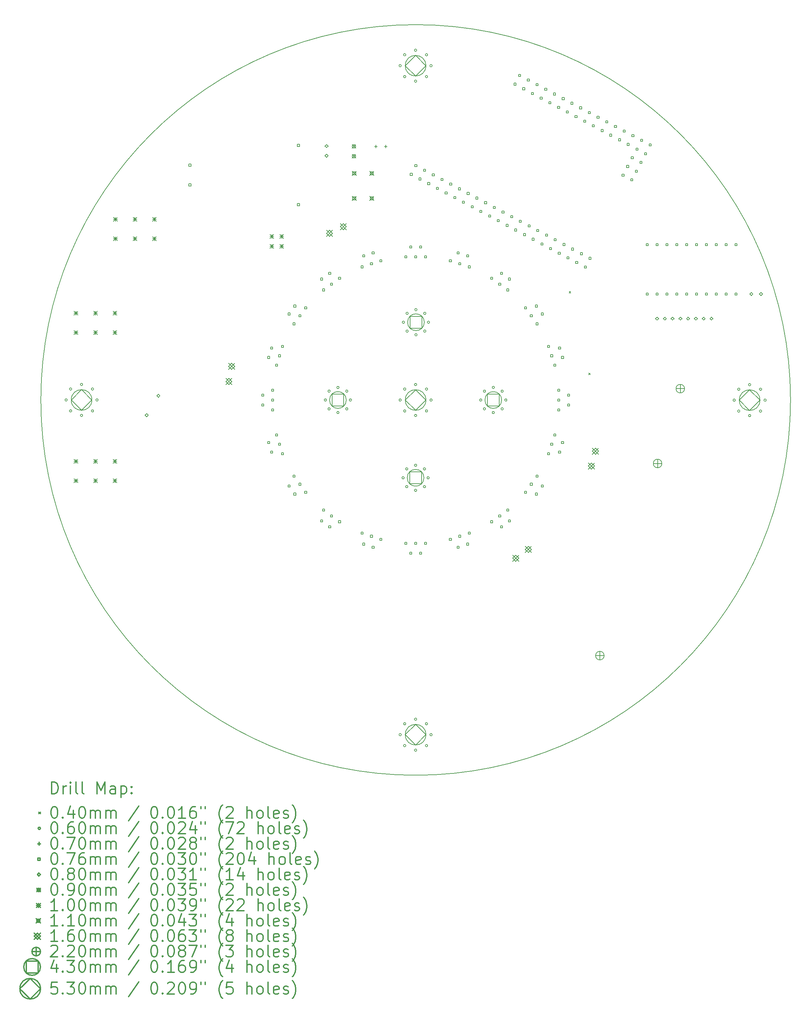
<source format=gbr>
%FSLAX45Y45*%
G04 Gerber Fmt 4.5, Leading zero omitted, Abs format (unit mm)*
G04 Created by KiCad (PCBNEW (5.0.2)-1) date 16.02.2020 18:45:13*
%MOMM*%
%LPD*%
G01*
G04 APERTURE LIST*
%ADD10C,0.200000*%
%ADD11C,0.300000*%
G04 APERTURE END LIST*
D10*
X27044500Y-16438600D02*
G75*
G03X27044500Y-16438600I-9650000J0D01*
G01*
D10*
X21345510Y-13651240D02*
X21385510Y-13691240D01*
X21385510Y-13651240D02*
X21345510Y-13691240D01*
X21849460Y-15745370D02*
X21889460Y-15785370D01*
X21889460Y-15745370D02*
X21849460Y-15785370D01*
X17100100Y-18440200D02*
G75*
G03X17100100Y-18440200I-30000J0D01*
G01*
X17194558Y-18212158D02*
G75*
G03X17194558Y-18212158I-30000J0D01*
G01*
X17194558Y-18668242D02*
G75*
G03X17194558Y-18668242I-30000J0D01*
G01*
X17422600Y-18117700D02*
G75*
G03X17422600Y-18117700I-30000J0D01*
G01*
X17422600Y-18762700D02*
G75*
G03X17422600Y-18762700I-30000J0D01*
G01*
X17650642Y-18212158D02*
G75*
G03X17650642Y-18212158I-30000J0D01*
G01*
X17650642Y-18668242D02*
G75*
G03X17650642Y-18668242I-30000J0D01*
G01*
X17745100Y-18440200D02*
G75*
G03X17745100Y-18440200I-30000J0D01*
G01*
X19100100Y-16440200D02*
G75*
G03X19100100Y-16440200I-30000J0D01*
G01*
X19194558Y-16212158D02*
G75*
G03X19194558Y-16212158I-30000J0D01*
G01*
X19194558Y-16668242D02*
G75*
G03X19194558Y-16668242I-30000J0D01*
G01*
X19422600Y-16117700D02*
G75*
G03X19422600Y-16117700I-30000J0D01*
G01*
X19422600Y-16762700D02*
G75*
G03X19422600Y-16762700I-30000J0D01*
G01*
X19650642Y-16212158D02*
G75*
G03X19650642Y-16212158I-30000J0D01*
G01*
X19650642Y-16668242D02*
G75*
G03X19650642Y-16668242I-30000J0D01*
G01*
X19745100Y-16440200D02*
G75*
G03X19745100Y-16440200I-30000J0D01*
G01*
X15100100Y-16440200D02*
G75*
G03X15100100Y-16440200I-30000J0D01*
G01*
X15194558Y-16212158D02*
G75*
G03X15194558Y-16212158I-30000J0D01*
G01*
X15194558Y-16668242D02*
G75*
G03X15194558Y-16668242I-30000J0D01*
G01*
X15422600Y-16117700D02*
G75*
G03X15422600Y-16117700I-30000J0D01*
G01*
X15422600Y-16762700D02*
G75*
G03X15422600Y-16762700I-30000J0D01*
G01*
X15650642Y-16212158D02*
G75*
G03X15650642Y-16212158I-30000J0D01*
G01*
X15650642Y-16668242D02*
G75*
G03X15650642Y-16668242I-30000J0D01*
G01*
X15745100Y-16440200D02*
G75*
G03X15745100Y-16440200I-30000J0D01*
G01*
X17024500Y-25046100D02*
G75*
G03X17024500Y-25046100I-30000J0D01*
G01*
X17140925Y-24765025D02*
G75*
G03X17140925Y-24765025I-30000J0D01*
G01*
X17140925Y-25327175D02*
G75*
G03X17140925Y-25327175I-30000J0D01*
G01*
X17422000Y-24648600D02*
G75*
G03X17422000Y-24648600I-30000J0D01*
G01*
X17422000Y-25443600D02*
G75*
G03X17422000Y-25443600I-30000J0D01*
G01*
X17703075Y-24765025D02*
G75*
G03X17703075Y-24765025I-30000J0D01*
G01*
X17703075Y-25327175D02*
G75*
G03X17703075Y-25327175I-30000J0D01*
G01*
X17819500Y-25046100D02*
G75*
G03X17819500Y-25046100I-30000J0D01*
G01*
X17024500Y-7843600D02*
G75*
G03X17024500Y-7843600I-30000J0D01*
G01*
X17140925Y-7562525D02*
G75*
G03X17140925Y-7562525I-30000J0D01*
G01*
X17140925Y-8124675D02*
G75*
G03X17140925Y-8124675I-30000J0D01*
G01*
X17422000Y-7446100D02*
G75*
G03X17422000Y-7446100I-30000J0D01*
G01*
X17422000Y-8241100D02*
G75*
G03X17422000Y-8241100I-30000J0D01*
G01*
X17703075Y-7562525D02*
G75*
G03X17703075Y-7562525I-30000J0D01*
G01*
X17703075Y-8124675D02*
G75*
G03X17703075Y-8124675I-30000J0D01*
G01*
X17819500Y-7843600D02*
G75*
G03X17819500Y-7843600I-30000J0D01*
G01*
X17108500Y-14440200D02*
G75*
G03X17108500Y-14440200I-30000J0D01*
G01*
X17202958Y-14212158D02*
G75*
G03X17202958Y-14212158I-30000J0D01*
G01*
X17202958Y-14668242D02*
G75*
G03X17202958Y-14668242I-30000J0D01*
G01*
X17431000Y-14117700D02*
G75*
G03X17431000Y-14117700I-30000J0D01*
G01*
X17431000Y-14762700D02*
G75*
G03X17431000Y-14762700I-30000J0D01*
G01*
X17659042Y-14212158D02*
G75*
G03X17659042Y-14212158I-30000J0D01*
G01*
X17659042Y-14668242D02*
G75*
G03X17659042Y-14668242I-30000J0D01*
G01*
X17753500Y-14440200D02*
G75*
G03X17753500Y-14440200I-30000J0D01*
G01*
X8424500Y-16438900D02*
G75*
G03X8424500Y-16438900I-30000J0D01*
G01*
X8540925Y-16157825D02*
G75*
G03X8540925Y-16157825I-30000J0D01*
G01*
X8540925Y-16719975D02*
G75*
G03X8540925Y-16719975I-30000J0D01*
G01*
X8822000Y-16041400D02*
G75*
G03X8822000Y-16041400I-30000J0D01*
G01*
X8822000Y-16836400D02*
G75*
G03X8822000Y-16836400I-30000J0D01*
G01*
X9103075Y-16157825D02*
G75*
G03X9103075Y-16157825I-30000J0D01*
G01*
X9103075Y-16719975D02*
G75*
G03X9103075Y-16719975I-30000J0D01*
G01*
X9219500Y-16438900D02*
G75*
G03X9219500Y-16438900I-30000J0D01*
G01*
X17025100Y-16440200D02*
G75*
G03X17025100Y-16440200I-30000J0D01*
G01*
X17141525Y-16159125D02*
G75*
G03X17141525Y-16159125I-30000J0D01*
G01*
X17141525Y-16721275D02*
G75*
G03X17141525Y-16721275I-30000J0D01*
G01*
X17422600Y-16042700D02*
G75*
G03X17422600Y-16042700I-30000J0D01*
G01*
X17422600Y-16837700D02*
G75*
G03X17422600Y-16837700I-30000J0D01*
G01*
X17703675Y-16159125D02*
G75*
G03X17703675Y-16159125I-30000J0D01*
G01*
X17703675Y-16721275D02*
G75*
G03X17703675Y-16721275I-30000J0D01*
G01*
X17820100Y-16440200D02*
G75*
G03X17820100Y-16440200I-30000J0D01*
G01*
X25624500Y-16443600D02*
G75*
G03X25624500Y-16443600I-30000J0D01*
G01*
X25740925Y-16162525D02*
G75*
G03X25740925Y-16162525I-30000J0D01*
G01*
X25740925Y-16724675D02*
G75*
G03X25740925Y-16724675I-30000J0D01*
G01*
X26022000Y-16046100D02*
G75*
G03X26022000Y-16046100I-30000J0D01*
G01*
X26022000Y-16841100D02*
G75*
G03X26022000Y-16841100I-30000J0D01*
G01*
X26303075Y-16162525D02*
G75*
G03X26303075Y-16162525I-30000J0D01*
G01*
X26303075Y-16724675D02*
G75*
G03X26303075Y-16724675I-30000J0D01*
G01*
X26419500Y-16443600D02*
G75*
G03X26419500Y-16443600I-30000J0D01*
G01*
X16370300Y-9883700D02*
X16370300Y-9953700D01*
X16335300Y-9918700D02*
X16405300Y-9918700D01*
X16624300Y-9883700D02*
X16624300Y-9953700D01*
X16589300Y-9918700D02*
X16659300Y-9918700D01*
X17306180Y-10663895D02*
X17306180Y-10610013D01*
X17252298Y-10610013D01*
X17252298Y-10663895D01*
X17306180Y-10663895D01*
X17425425Y-10439627D02*
X17425425Y-10385745D01*
X17371543Y-10385745D01*
X17371543Y-10439627D01*
X17425425Y-10439627D01*
X17530448Y-10783141D02*
X17530448Y-10729259D01*
X17476566Y-10729259D01*
X17476566Y-10783141D01*
X17530448Y-10783141D01*
X17649694Y-10558873D02*
X17649694Y-10504991D01*
X17595812Y-10504991D01*
X17595812Y-10558873D01*
X17649694Y-10558873D01*
X17754717Y-10902387D02*
X17754717Y-10848505D01*
X17700835Y-10848505D01*
X17700835Y-10902387D01*
X17754717Y-10902387D01*
X17873963Y-10678118D02*
X17873963Y-10624236D01*
X17820081Y-10624236D01*
X17820081Y-10678118D01*
X17873963Y-10678118D01*
X17978986Y-11021633D02*
X17978986Y-10967751D01*
X17925104Y-10967751D01*
X17925104Y-11021633D01*
X17978986Y-11021633D01*
X18098231Y-10797364D02*
X18098231Y-10743482D01*
X18044349Y-10743482D01*
X18044349Y-10797364D01*
X18098231Y-10797364D01*
X18203254Y-11140879D02*
X18203254Y-11086997D01*
X18149372Y-11086997D01*
X18149372Y-11140879D01*
X18203254Y-11140879D01*
X18322500Y-10916610D02*
X18322500Y-10862728D01*
X18268618Y-10862728D01*
X18268618Y-10916610D01*
X18322500Y-10916610D01*
X18427523Y-11260124D02*
X18427523Y-11206242D01*
X18373641Y-11206242D01*
X18373641Y-11260124D01*
X18427523Y-11260124D01*
X18546769Y-11035856D02*
X18546769Y-10981974D01*
X18492887Y-10981974D01*
X18492887Y-11035856D01*
X18546769Y-11035856D01*
X18651792Y-11379370D02*
X18651792Y-11325488D01*
X18597910Y-11325488D01*
X18597910Y-11379370D01*
X18651792Y-11379370D01*
X18771037Y-11155101D02*
X18771037Y-11101219D01*
X18717155Y-11101219D01*
X18717155Y-11155101D01*
X18771037Y-11155101D01*
X18876060Y-11498616D02*
X18876060Y-11444734D01*
X18822178Y-11444734D01*
X18822178Y-11498616D01*
X18876060Y-11498616D01*
X18995306Y-11274347D02*
X18995306Y-11220465D01*
X18941424Y-11220465D01*
X18941424Y-11274347D01*
X18995306Y-11274347D01*
X19100329Y-11617862D02*
X19100329Y-11563980D01*
X19046447Y-11563980D01*
X19046447Y-11617862D01*
X19100329Y-11617862D01*
X19219575Y-11393593D02*
X19219575Y-11339711D01*
X19165693Y-11339711D01*
X19165693Y-11393593D01*
X19219575Y-11393593D01*
X19324598Y-11737107D02*
X19324598Y-11683225D01*
X19270716Y-11683225D01*
X19270716Y-11737107D01*
X19324598Y-11737107D01*
X19443843Y-11512839D02*
X19443843Y-11458957D01*
X19389961Y-11458957D01*
X19389961Y-11512839D01*
X19443843Y-11512839D01*
X19548866Y-11856353D02*
X19548866Y-11802471D01*
X19494984Y-11802471D01*
X19494984Y-11856353D01*
X19548866Y-11856353D01*
X19668112Y-11632084D02*
X19668112Y-11578202D01*
X19614230Y-11578202D01*
X19614230Y-11632084D01*
X19668112Y-11632084D01*
X19773135Y-11975599D02*
X19773135Y-11921717D01*
X19719253Y-11921717D01*
X19719253Y-11975599D01*
X19773135Y-11975599D01*
X19892381Y-11751330D02*
X19892381Y-11697448D01*
X19838499Y-11697448D01*
X19838499Y-11751330D01*
X19892381Y-11751330D01*
X19977718Y-8344631D02*
X19977718Y-8290749D01*
X19923836Y-8290749D01*
X19923836Y-8344631D01*
X19977718Y-8344631D01*
X19997404Y-12094845D02*
X19997404Y-12040963D01*
X19943522Y-12040963D01*
X19943522Y-12094845D01*
X19997404Y-12094845D01*
X20096964Y-8120363D02*
X20096964Y-8066481D01*
X20043082Y-8066481D01*
X20043082Y-8120363D01*
X20096964Y-8120363D01*
X20116650Y-11870576D02*
X20116650Y-11816694D01*
X20062768Y-11816694D01*
X20062768Y-11870576D01*
X20116650Y-11870576D01*
X20201987Y-8463877D02*
X20201987Y-8409995D01*
X20148105Y-8409995D01*
X20148105Y-8463877D01*
X20201987Y-8463877D01*
X20221672Y-12214090D02*
X20221672Y-12160208D01*
X20167790Y-12160208D01*
X20167790Y-12214090D01*
X20221672Y-12214090D01*
X20321233Y-8239608D02*
X20321233Y-8185726D01*
X20267351Y-8185726D01*
X20267351Y-8239608D01*
X20321233Y-8239608D01*
X20340918Y-11989822D02*
X20340918Y-11935940D01*
X20287036Y-11935940D01*
X20287036Y-11989822D01*
X20340918Y-11989822D01*
X20426255Y-8583123D02*
X20426255Y-8529241D01*
X20372373Y-8529241D01*
X20372373Y-8583123D01*
X20426255Y-8583123D01*
X20445941Y-12333336D02*
X20445941Y-12279454D01*
X20392059Y-12279454D01*
X20392059Y-12333336D01*
X20445941Y-12333336D01*
X20545501Y-8358854D02*
X20545501Y-8304972D01*
X20491619Y-8304972D01*
X20491619Y-8358854D01*
X20545501Y-8358854D01*
X20565187Y-12109068D02*
X20565187Y-12055186D01*
X20511305Y-12055186D01*
X20511305Y-12109068D01*
X20565187Y-12109068D01*
X20650524Y-8702369D02*
X20650524Y-8648487D01*
X20596642Y-8648487D01*
X20596642Y-8702369D01*
X20650524Y-8702369D01*
X20670210Y-12452582D02*
X20670210Y-12398700D01*
X20616328Y-12398700D01*
X20616328Y-12452582D01*
X20670210Y-12452582D01*
X20769770Y-8478100D02*
X20769770Y-8424218D01*
X20715888Y-8424218D01*
X20715888Y-8478100D01*
X20769770Y-8478100D01*
X20789456Y-12228313D02*
X20789456Y-12174431D01*
X20735574Y-12174431D01*
X20735574Y-12228313D01*
X20789456Y-12228313D01*
X20874793Y-8821614D02*
X20874793Y-8767732D01*
X20820911Y-8767732D01*
X20820911Y-8821614D01*
X20874793Y-8821614D01*
X20894479Y-12571828D02*
X20894479Y-12517946D01*
X20840597Y-12517946D01*
X20840597Y-12571828D01*
X20894479Y-12571828D01*
X20994039Y-8597346D02*
X20994039Y-8543464D01*
X20940157Y-8543464D01*
X20940157Y-8597346D01*
X20994039Y-8597346D01*
X21013724Y-12347559D02*
X21013724Y-12293677D01*
X20959842Y-12293677D01*
X20959842Y-12347559D01*
X21013724Y-12347559D01*
X21099061Y-8940860D02*
X21099061Y-8886978D01*
X21045179Y-8886978D01*
X21045179Y-8940860D01*
X21099061Y-8940860D01*
X21118747Y-12691074D02*
X21118747Y-12637192D01*
X21064865Y-12637192D01*
X21064865Y-12691074D01*
X21118747Y-12691074D01*
X21218307Y-8716592D02*
X21218307Y-8662710D01*
X21164425Y-8662710D01*
X21164425Y-8716592D01*
X21218307Y-8716592D01*
X21237993Y-12466805D02*
X21237993Y-12412923D01*
X21184111Y-12412923D01*
X21184111Y-12466805D01*
X21237993Y-12466805D01*
X21323330Y-9060106D02*
X21323330Y-9006224D01*
X21269448Y-9006224D01*
X21269448Y-9060106D01*
X21323330Y-9060106D01*
X21343016Y-12810319D02*
X21343016Y-12756437D01*
X21289134Y-12756437D01*
X21289134Y-12810319D01*
X21343016Y-12810319D01*
X21442576Y-8835837D02*
X21442576Y-8781955D01*
X21388694Y-8781955D01*
X21388694Y-8835837D01*
X21442576Y-8835837D01*
X21462262Y-12586051D02*
X21462262Y-12532169D01*
X21408380Y-12532169D01*
X21408380Y-12586051D01*
X21462262Y-12586051D01*
X21547599Y-9179352D02*
X21547599Y-9125470D01*
X21493717Y-9125470D01*
X21493717Y-9179352D01*
X21547599Y-9179352D01*
X21567285Y-12929565D02*
X21567285Y-12875683D01*
X21513403Y-12875683D01*
X21513403Y-12929565D01*
X21567285Y-12929565D01*
X21666845Y-8955083D02*
X21666845Y-8901201D01*
X21612963Y-8901201D01*
X21612963Y-8955083D01*
X21666845Y-8955083D01*
X21686530Y-12705296D02*
X21686530Y-12651414D01*
X21632648Y-12651414D01*
X21632648Y-12705296D01*
X21686530Y-12705296D01*
X21771868Y-9298598D02*
X21771868Y-9244716D01*
X21717986Y-9244716D01*
X21717986Y-9298598D01*
X21771868Y-9298598D01*
X21791553Y-13048811D02*
X21791553Y-12994929D01*
X21737671Y-12994929D01*
X21737671Y-13048811D01*
X21791553Y-13048811D01*
X21891113Y-9074329D02*
X21891113Y-9020447D01*
X21837231Y-9020447D01*
X21837231Y-9074329D01*
X21891113Y-9074329D01*
X21910799Y-12824542D02*
X21910799Y-12770660D01*
X21856917Y-12770660D01*
X21856917Y-12824542D01*
X21910799Y-12824542D01*
X21996136Y-9417843D02*
X21996136Y-9363961D01*
X21942254Y-9363961D01*
X21942254Y-9417843D01*
X21996136Y-9417843D01*
X22115382Y-9193575D02*
X22115382Y-9139693D01*
X22061500Y-9139693D01*
X22061500Y-9193575D01*
X22115382Y-9193575D01*
X22220405Y-9537089D02*
X22220405Y-9483207D01*
X22166523Y-9483207D01*
X22166523Y-9537089D01*
X22220405Y-9537089D01*
X22339651Y-9312820D02*
X22339651Y-9258938D01*
X22285769Y-9258938D01*
X22285769Y-9312820D01*
X22339651Y-9312820D01*
X22444674Y-9656335D02*
X22444674Y-9602453D01*
X22390792Y-9602453D01*
X22390792Y-9656335D01*
X22444674Y-9656335D01*
X22563919Y-9432066D02*
X22563919Y-9378184D01*
X22510037Y-9378184D01*
X22510037Y-9432066D01*
X22563919Y-9432066D01*
X22668942Y-9775581D02*
X22668942Y-9721699D01*
X22615060Y-9721699D01*
X22615060Y-9775581D01*
X22668942Y-9775581D01*
X22759742Y-10686878D02*
X22759742Y-10632996D01*
X22705860Y-10632996D01*
X22705860Y-10686878D01*
X22759742Y-10686878D01*
X22788188Y-9551312D02*
X22788188Y-9497430D01*
X22734306Y-9497430D01*
X22734306Y-9551312D01*
X22788188Y-9551312D01*
X22878988Y-10462610D02*
X22878988Y-10408728D01*
X22825106Y-10408728D01*
X22825106Y-10462610D01*
X22878988Y-10462610D01*
X22893211Y-9894826D02*
X22893211Y-9840944D01*
X22839329Y-9840944D01*
X22839329Y-9894826D01*
X22893211Y-9894826D01*
X22984011Y-10806124D02*
X22984011Y-10752242D01*
X22930129Y-10752242D01*
X22930129Y-10806124D01*
X22984011Y-10806124D01*
X22998234Y-10238341D02*
X22998234Y-10184459D01*
X22944352Y-10184459D01*
X22944352Y-10238341D01*
X22998234Y-10238341D01*
X23012457Y-9670558D02*
X23012457Y-9616676D01*
X22958575Y-9616676D01*
X22958575Y-9670558D01*
X23012457Y-9670558D01*
X23103257Y-10581855D02*
X23103257Y-10527973D01*
X23049375Y-10527973D01*
X23049375Y-10581855D01*
X23103257Y-10581855D01*
X23117480Y-10014072D02*
X23117480Y-9960190D01*
X23063598Y-9960190D01*
X23063598Y-10014072D01*
X23117480Y-10014072D01*
X23222502Y-10357587D02*
X23222502Y-10303705D01*
X23168620Y-10303705D01*
X23168620Y-10357587D01*
X23222502Y-10357587D01*
X23236725Y-9789804D02*
X23236725Y-9735922D01*
X23182843Y-9735922D01*
X23182843Y-9789804D01*
X23236725Y-9789804D01*
X23341748Y-10133318D02*
X23341748Y-10079436D01*
X23287866Y-10079436D01*
X23287866Y-10133318D01*
X23341748Y-10133318D01*
X23460994Y-9909049D02*
X23460994Y-9855167D01*
X23407112Y-9855167D01*
X23407112Y-9909049D01*
X23460994Y-9909049D01*
X23382241Y-12472941D02*
X23382241Y-12419059D01*
X23328359Y-12419059D01*
X23328359Y-12472941D01*
X23382241Y-12472941D01*
X23382241Y-13742941D02*
X23382241Y-13689059D01*
X23328359Y-13689059D01*
X23328359Y-13742941D01*
X23382241Y-13742941D01*
X23636241Y-12472941D02*
X23636241Y-12419059D01*
X23582359Y-12419059D01*
X23582359Y-12472941D01*
X23636241Y-12472941D01*
X23636241Y-13742941D02*
X23636241Y-13689059D01*
X23582359Y-13689059D01*
X23582359Y-13742941D01*
X23636241Y-13742941D01*
X23890241Y-12472941D02*
X23890241Y-12419059D01*
X23836359Y-12419059D01*
X23836359Y-12472941D01*
X23890241Y-12472941D01*
X23890241Y-13742941D02*
X23890241Y-13689059D01*
X23836359Y-13689059D01*
X23836359Y-13742941D01*
X23890241Y-13742941D01*
X24144241Y-12472941D02*
X24144241Y-12419059D01*
X24090359Y-12419059D01*
X24090359Y-12472941D01*
X24144241Y-12472941D01*
X24144241Y-13742941D02*
X24144241Y-13689059D01*
X24090359Y-13689059D01*
X24090359Y-13742941D01*
X24144241Y-13742941D01*
X24398241Y-12472941D02*
X24398241Y-12419059D01*
X24344359Y-12419059D01*
X24344359Y-12472941D01*
X24398241Y-12472941D01*
X24398241Y-13742941D02*
X24398241Y-13689059D01*
X24344359Y-13689059D01*
X24344359Y-13742941D01*
X24398241Y-13742941D01*
X24652241Y-12472941D02*
X24652241Y-12419059D01*
X24598359Y-12419059D01*
X24598359Y-12472941D01*
X24652241Y-12472941D01*
X24652241Y-13742941D02*
X24652241Y-13689059D01*
X24598359Y-13689059D01*
X24598359Y-13742941D01*
X24652241Y-13742941D01*
X24906241Y-12472941D02*
X24906241Y-12419059D01*
X24852359Y-12419059D01*
X24852359Y-12472941D01*
X24906241Y-12472941D01*
X24906241Y-13742941D02*
X24906241Y-13689059D01*
X24852359Y-13689059D01*
X24852359Y-13742941D01*
X24906241Y-13742941D01*
X25160241Y-12472941D02*
X25160241Y-12419059D01*
X25106359Y-12419059D01*
X25106359Y-12472941D01*
X25160241Y-12472941D01*
X25160241Y-13742941D02*
X25160241Y-13689059D01*
X25106359Y-13689059D01*
X25106359Y-13742941D01*
X25160241Y-13742941D01*
X25414241Y-12472941D02*
X25414241Y-12419059D01*
X25360359Y-12419059D01*
X25360359Y-12472941D01*
X25414241Y-12472941D01*
X25414241Y-13742941D02*
X25414241Y-13689059D01*
X25360359Y-13689059D01*
X25360359Y-13742941D01*
X25414241Y-13742941D01*
X25668241Y-12472941D02*
X25668241Y-12419059D01*
X25614359Y-12419059D01*
X25614359Y-12472941D01*
X25668241Y-12472941D01*
X25668241Y-13742941D02*
X25668241Y-13689059D01*
X25614359Y-13689059D01*
X25614359Y-13742941D01*
X25668241Y-13742941D01*
X13482541Y-16340141D02*
X13482541Y-16286259D01*
X13428659Y-16286259D01*
X13428659Y-16340141D01*
X13482541Y-16340141D01*
X13482541Y-16594141D02*
X13482541Y-16540259D01*
X13428659Y-16540259D01*
X13428659Y-16594141D01*
X13482541Y-16594141D01*
X13635986Y-15371325D02*
X13635986Y-15317443D01*
X13582104Y-15317443D01*
X13582104Y-15371325D01*
X13635986Y-15371325D01*
X13635986Y-17562957D02*
X13635986Y-17509075D01*
X13582104Y-17509075D01*
X13582104Y-17562957D01*
X13635986Y-17562957D01*
X13714477Y-15129757D02*
X13714477Y-15075875D01*
X13660595Y-15075875D01*
X13660595Y-15129757D01*
X13714477Y-15129757D01*
X13714477Y-17804525D02*
X13714477Y-17750643D01*
X13660595Y-17750643D01*
X13660595Y-17804525D01*
X13714477Y-17804525D01*
X13736541Y-16213141D02*
X13736541Y-16159259D01*
X13682659Y-16159259D01*
X13682659Y-16213141D01*
X13736541Y-16213141D01*
X13736541Y-16467141D02*
X13736541Y-16413259D01*
X13682659Y-16413259D01*
X13682659Y-16467141D01*
X13736541Y-16467141D01*
X13736541Y-16721141D02*
X13736541Y-16667259D01*
X13682659Y-16667259D01*
X13682659Y-16721141D01*
X13736541Y-16721141D01*
X13838309Y-15570600D02*
X13838309Y-15516718D01*
X13784427Y-15516718D01*
X13784427Y-15570600D01*
X13838309Y-15570600D01*
X13838309Y-17363682D02*
X13838309Y-17309800D01*
X13784427Y-17309800D01*
X13784427Y-17363682D01*
X13838309Y-17363682D01*
X13916800Y-15329031D02*
X13916800Y-15275149D01*
X13862918Y-15275149D01*
X13862918Y-15329031D01*
X13916800Y-15329031D01*
X13916800Y-17605251D02*
X13916800Y-17551369D01*
X13862918Y-17551369D01*
X13862918Y-17605251D01*
X13916800Y-17605251D01*
X13995290Y-15087463D02*
X13995290Y-15033581D01*
X13941408Y-15033581D01*
X13941408Y-15087463D01*
X13995290Y-15087463D01*
X13995290Y-17846819D02*
X13995290Y-17792937D01*
X13941408Y-17792937D01*
X13941408Y-17846819D01*
X13995290Y-17846819D01*
X14159792Y-14255776D02*
X14159792Y-14201894D01*
X14105910Y-14201894D01*
X14105910Y-14255776D01*
X14159792Y-14255776D01*
X14159792Y-18678506D02*
X14159792Y-18624624D01*
X14105910Y-18624624D01*
X14105910Y-18678506D01*
X14159792Y-18678506D01*
X14290634Y-14507818D02*
X14290634Y-14453936D01*
X14236752Y-14453936D01*
X14236752Y-14507818D01*
X14290634Y-14507818D01*
X14290634Y-18426464D02*
X14290634Y-18372582D01*
X14236752Y-18372582D01*
X14236752Y-18426464D01*
X14290634Y-18426464D01*
X14309090Y-14050285D02*
X14309090Y-13996403D01*
X14255208Y-13996403D01*
X14255208Y-14050285D01*
X14309090Y-14050285D01*
X14309090Y-18883997D02*
X14309090Y-18830115D01*
X14255208Y-18830115D01*
X14255208Y-18883997D01*
X14309090Y-18883997D01*
X14439931Y-14302328D02*
X14439931Y-14248446D01*
X14386049Y-14248446D01*
X14386049Y-14302328D01*
X14439931Y-14302328D01*
X14439931Y-18631954D02*
X14439931Y-18578072D01*
X14386049Y-18578072D01*
X14386049Y-18631954D01*
X14439931Y-18631954D01*
X14589229Y-14096838D02*
X14589229Y-14042956D01*
X14535347Y-14042956D01*
X14535347Y-14096838D01*
X14589229Y-14096838D01*
X14589229Y-18837444D02*
X14589229Y-18783562D01*
X14535347Y-18783562D01*
X14535347Y-18837444D01*
X14589229Y-18837444D01*
X15002685Y-13356690D02*
X15002685Y-13302808D01*
X14948803Y-13302808D01*
X14948803Y-13356690D01*
X15002685Y-13356690D01*
X15002685Y-19577592D02*
X15002685Y-19523710D01*
X14948803Y-19523710D01*
X14948803Y-19577592D01*
X15002685Y-19577592D01*
X15049238Y-13636829D02*
X15049238Y-13582947D01*
X14995356Y-13582947D01*
X14995356Y-13636829D01*
X15049238Y-13636829D01*
X15049238Y-19297453D02*
X15049238Y-19243571D01*
X14995356Y-19243571D01*
X14995356Y-19297453D01*
X15049238Y-19297453D01*
X15208176Y-13207392D02*
X15208176Y-13153510D01*
X15154294Y-13153510D01*
X15154294Y-13207392D01*
X15208176Y-13207392D01*
X15208176Y-19726890D02*
X15208176Y-19673008D01*
X15154294Y-19673008D01*
X15154294Y-19726890D01*
X15208176Y-19726890D01*
X15254728Y-13487531D02*
X15254728Y-13433649D01*
X15200846Y-13433649D01*
X15200846Y-13487531D01*
X15254728Y-13487531D01*
X15254728Y-19446751D02*
X15254728Y-19392869D01*
X15200846Y-19392869D01*
X15200846Y-19446751D01*
X15254728Y-19446751D01*
X15460218Y-13338234D02*
X15460218Y-13284352D01*
X15406336Y-13284352D01*
X15406336Y-13338234D01*
X15460218Y-13338234D01*
X15460218Y-19596048D02*
X15460218Y-19542166D01*
X15406336Y-19542166D01*
X15406336Y-19596048D01*
X15460218Y-19596048D01*
X16039863Y-13042890D02*
X16039863Y-12989008D01*
X15985981Y-12989008D01*
X15985981Y-13042890D01*
X16039863Y-13042890D01*
X16039863Y-19891392D02*
X16039863Y-19837510D01*
X15985981Y-19837510D01*
X15985981Y-19891392D01*
X16039863Y-19891392D01*
X16082157Y-12762077D02*
X16082157Y-12708195D01*
X16028275Y-12708195D01*
X16028275Y-12762077D01*
X16082157Y-12762077D01*
X16082157Y-20172205D02*
X16082157Y-20118323D01*
X16028275Y-20118323D01*
X16028275Y-20172205D01*
X16082157Y-20172205D01*
X16281431Y-12964400D02*
X16281431Y-12910518D01*
X16227549Y-12910518D01*
X16227549Y-12964400D01*
X16281431Y-12964400D01*
X16281431Y-19969882D02*
X16281431Y-19916000D01*
X16227549Y-19916000D01*
X16227549Y-19969882D01*
X16281431Y-19969882D01*
X16323725Y-12683586D02*
X16323725Y-12629704D01*
X16269843Y-12629704D01*
X16269843Y-12683586D01*
X16323725Y-12683586D01*
X16323725Y-20250696D02*
X16323725Y-20196814D01*
X16269843Y-20196814D01*
X16269843Y-20250696D01*
X16323725Y-20250696D01*
X16523000Y-12885909D02*
X16523000Y-12832027D01*
X16469118Y-12832027D01*
X16469118Y-12885909D01*
X16523000Y-12885909D01*
X16523000Y-20048373D02*
X16523000Y-19994491D01*
X16469118Y-19994491D01*
X16469118Y-20048373D01*
X16523000Y-20048373D01*
X17165541Y-12784141D02*
X17165541Y-12730259D01*
X17111659Y-12730259D01*
X17111659Y-12784141D01*
X17165541Y-12784141D01*
X17165541Y-20150141D02*
X17165541Y-20096259D01*
X17111659Y-20096259D01*
X17111659Y-20150141D01*
X17165541Y-20150141D01*
X17292541Y-12530141D02*
X17292541Y-12476259D01*
X17238659Y-12476259D01*
X17238659Y-12530141D01*
X17292541Y-12530141D01*
X17292541Y-20404141D02*
X17292541Y-20350259D01*
X17238659Y-20350259D01*
X17238659Y-20404141D01*
X17292541Y-20404141D01*
X17419541Y-12784141D02*
X17419541Y-12730259D01*
X17365659Y-12730259D01*
X17365659Y-12784141D01*
X17419541Y-12784141D01*
X17419541Y-20150141D02*
X17419541Y-20096259D01*
X17365659Y-20096259D01*
X17365659Y-20150141D01*
X17419541Y-20150141D01*
X17546541Y-12530141D02*
X17546541Y-12476259D01*
X17492659Y-12476259D01*
X17492659Y-12530141D01*
X17546541Y-12530141D01*
X17546541Y-20404141D02*
X17546541Y-20350259D01*
X17492659Y-20350259D01*
X17492659Y-20404141D01*
X17546541Y-20404141D01*
X17673541Y-12784141D02*
X17673541Y-12730259D01*
X17619659Y-12730259D01*
X17619659Y-12784141D01*
X17673541Y-12784141D01*
X17673541Y-20150141D02*
X17673541Y-20096259D01*
X17619659Y-20096259D01*
X17619659Y-20150141D01*
X17673541Y-20150141D01*
X18316082Y-12885909D02*
X18316082Y-12832027D01*
X18262200Y-12832027D01*
X18262200Y-12885909D01*
X18316082Y-12885909D01*
X18316082Y-20048373D02*
X18316082Y-19994491D01*
X18262200Y-19994491D01*
X18262200Y-20048373D01*
X18316082Y-20048373D01*
X18515357Y-12683586D02*
X18515357Y-12629704D01*
X18461475Y-12629704D01*
X18461475Y-12683586D01*
X18515357Y-12683586D01*
X18515357Y-20250696D02*
X18515357Y-20196814D01*
X18461475Y-20196814D01*
X18461475Y-20250696D01*
X18515357Y-20250696D01*
X18557651Y-12964400D02*
X18557651Y-12910518D01*
X18503769Y-12910518D01*
X18503769Y-12964400D01*
X18557651Y-12964400D01*
X18557651Y-19969882D02*
X18557651Y-19916000D01*
X18503769Y-19916000D01*
X18503769Y-19969882D01*
X18557651Y-19969882D01*
X18756925Y-12762077D02*
X18756925Y-12708195D01*
X18703043Y-12708195D01*
X18703043Y-12762077D01*
X18756925Y-12762077D01*
X18756925Y-20172205D02*
X18756925Y-20118323D01*
X18703043Y-20118323D01*
X18703043Y-20172205D01*
X18756925Y-20172205D01*
X18799219Y-13042890D02*
X18799219Y-12989008D01*
X18745337Y-12989008D01*
X18745337Y-13042890D01*
X18799219Y-13042890D01*
X18799219Y-19891392D02*
X18799219Y-19837510D01*
X18745337Y-19837510D01*
X18745337Y-19891392D01*
X18799219Y-19891392D01*
X19378864Y-13338234D02*
X19378864Y-13284352D01*
X19324982Y-13284352D01*
X19324982Y-13338234D01*
X19378864Y-13338234D01*
X19378864Y-19596048D02*
X19378864Y-19542166D01*
X19324982Y-19542166D01*
X19324982Y-19596048D01*
X19378864Y-19596048D01*
X19584354Y-13487531D02*
X19584354Y-13433649D01*
X19530472Y-13433649D01*
X19530472Y-13487531D01*
X19584354Y-13487531D01*
X19584354Y-19446751D02*
X19584354Y-19392869D01*
X19530472Y-19392869D01*
X19530472Y-19446751D01*
X19584354Y-19446751D01*
X19630906Y-13207392D02*
X19630906Y-13153510D01*
X19577024Y-13153510D01*
X19577024Y-13207392D01*
X19630906Y-13207392D01*
X19630906Y-19726890D02*
X19630906Y-19673008D01*
X19577024Y-19673008D01*
X19577024Y-19726890D01*
X19630906Y-19726890D01*
X19789844Y-13636829D02*
X19789844Y-13582947D01*
X19735962Y-13582947D01*
X19735962Y-13636829D01*
X19789844Y-13636829D01*
X19789844Y-19297453D02*
X19789844Y-19243571D01*
X19735962Y-19243571D01*
X19735962Y-19297453D01*
X19789844Y-19297453D01*
X19836397Y-13356690D02*
X19836397Y-13302808D01*
X19782515Y-13302808D01*
X19782515Y-13356690D01*
X19836397Y-13356690D01*
X19836397Y-19577592D02*
X19836397Y-19523710D01*
X19782515Y-19523710D01*
X19782515Y-19577592D01*
X19836397Y-19577592D01*
X20249853Y-14096838D02*
X20249853Y-14042956D01*
X20195971Y-14042956D01*
X20195971Y-14096838D01*
X20249853Y-14096838D01*
X20249853Y-18837444D02*
X20249853Y-18783562D01*
X20195971Y-18783562D01*
X20195971Y-18837444D01*
X20249853Y-18837444D01*
X20399151Y-14302328D02*
X20399151Y-14248446D01*
X20345269Y-14248446D01*
X20345269Y-14302328D01*
X20399151Y-14302328D01*
X20399151Y-18631954D02*
X20399151Y-18578072D01*
X20345269Y-18578072D01*
X20345269Y-18631954D01*
X20399151Y-18631954D01*
X20529992Y-14050285D02*
X20529992Y-13996403D01*
X20476110Y-13996403D01*
X20476110Y-14050285D01*
X20529992Y-14050285D01*
X20529992Y-18883997D02*
X20529992Y-18830115D01*
X20476110Y-18830115D01*
X20476110Y-18883997D01*
X20529992Y-18883997D01*
X20548448Y-14507818D02*
X20548448Y-14453936D01*
X20494566Y-14453936D01*
X20494566Y-14507818D01*
X20548448Y-14507818D01*
X20548448Y-18426464D02*
X20548448Y-18372582D01*
X20494566Y-18372582D01*
X20494566Y-18426464D01*
X20548448Y-18426464D01*
X20679290Y-14255776D02*
X20679290Y-14201894D01*
X20625408Y-14201894D01*
X20625408Y-14255776D01*
X20679290Y-14255776D01*
X20679290Y-18678506D02*
X20679290Y-18624624D01*
X20625408Y-18624624D01*
X20625408Y-18678506D01*
X20679290Y-18678506D01*
X20843792Y-15087463D02*
X20843792Y-15033581D01*
X20789910Y-15033581D01*
X20789910Y-15087463D01*
X20843792Y-15087463D01*
X20843792Y-17846819D02*
X20843792Y-17792937D01*
X20789910Y-17792937D01*
X20789910Y-17846819D01*
X20843792Y-17846819D01*
X20922282Y-15329031D02*
X20922282Y-15275149D01*
X20868400Y-15275149D01*
X20868400Y-15329031D01*
X20922282Y-15329031D01*
X20922282Y-17605251D02*
X20922282Y-17551369D01*
X20868400Y-17551369D01*
X20868400Y-17605251D01*
X20922282Y-17605251D01*
X21000773Y-15570600D02*
X21000773Y-15516718D01*
X20946891Y-15516718D01*
X20946891Y-15570600D01*
X21000773Y-15570600D01*
X21000773Y-17363682D02*
X21000773Y-17309800D01*
X20946891Y-17309800D01*
X20946891Y-17363682D01*
X21000773Y-17363682D01*
X21102541Y-16213141D02*
X21102541Y-16159259D01*
X21048659Y-16159259D01*
X21048659Y-16213141D01*
X21102541Y-16213141D01*
X21102541Y-16467141D02*
X21102541Y-16413259D01*
X21048659Y-16413259D01*
X21048659Y-16467141D01*
X21102541Y-16467141D01*
X21102541Y-16721141D02*
X21102541Y-16667259D01*
X21048659Y-16667259D01*
X21048659Y-16721141D01*
X21102541Y-16721141D01*
X21124605Y-15129757D02*
X21124605Y-15075875D01*
X21070723Y-15075875D01*
X21070723Y-15129757D01*
X21124605Y-15129757D01*
X21124605Y-17804525D02*
X21124605Y-17750643D01*
X21070723Y-17750643D01*
X21070723Y-17804525D01*
X21124605Y-17804525D01*
X21203096Y-15371325D02*
X21203096Y-15317443D01*
X21149214Y-15317443D01*
X21149214Y-15371325D01*
X21203096Y-15371325D01*
X21203096Y-17562957D02*
X21203096Y-17509075D01*
X21149214Y-17509075D01*
X21149214Y-17562957D01*
X21203096Y-17562957D01*
X21356541Y-16340141D02*
X21356541Y-16286259D01*
X21302659Y-16286259D01*
X21302659Y-16340141D01*
X21356541Y-16340141D01*
X21356541Y-16594141D02*
X21356541Y-16540259D01*
X21302659Y-16540259D01*
X21302659Y-16594141D01*
X21356541Y-16594141D01*
X11609341Y-10428241D02*
X11609341Y-10374359D01*
X11555459Y-10374359D01*
X11555459Y-10428241D01*
X11609341Y-10428241D01*
X11609341Y-10936241D02*
X11609341Y-10882359D01*
X11555459Y-10882359D01*
X11555459Y-10936241D01*
X11609341Y-10936241D01*
X14403341Y-9920241D02*
X14403341Y-9866359D01*
X14349459Y-9866359D01*
X14349459Y-9920241D01*
X14403341Y-9920241D01*
X14403341Y-11444241D02*
X14403341Y-11390359D01*
X14349459Y-11390359D01*
X14349459Y-11444241D01*
X14403341Y-11444241D01*
X15100300Y-9950000D02*
X15140300Y-9910000D01*
X15100300Y-9870000D01*
X15060300Y-9910000D01*
X15100300Y-9950000D01*
X15100300Y-10200000D02*
X15140300Y-10160000D01*
X15100300Y-10120000D01*
X15060300Y-10160000D01*
X15100300Y-10200000D01*
X23608700Y-14387000D02*
X23648700Y-14347000D01*
X23608700Y-14307000D01*
X23568700Y-14347000D01*
X23608700Y-14387000D01*
X23808700Y-14387000D02*
X23848700Y-14347000D01*
X23808700Y-14307000D01*
X23768700Y-14347000D01*
X23808700Y-14387000D01*
X24008700Y-14387000D02*
X24048700Y-14347000D01*
X24008700Y-14307000D01*
X23968700Y-14347000D01*
X24008700Y-14387000D01*
X24208700Y-14387000D02*
X24248700Y-14347000D01*
X24208700Y-14307000D01*
X24168700Y-14347000D01*
X24208700Y-14387000D01*
X24408700Y-14387000D02*
X24448700Y-14347000D01*
X24408700Y-14307000D01*
X24368700Y-14347000D01*
X24408700Y-14387000D01*
X24608700Y-14387000D02*
X24648700Y-14347000D01*
X24608700Y-14307000D01*
X24568700Y-14347000D01*
X24608700Y-14387000D01*
X24808700Y-14387000D02*
X24848700Y-14347000D01*
X24808700Y-14307000D01*
X24768700Y-14347000D01*
X24808700Y-14387000D01*
X25008700Y-14387000D02*
X25048700Y-14347000D01*
X25008700Y-14307000D01*
X24968700Y-14347000D01*
X25008700Y-14387000D01*
X26035000Y-13756000D02*
X26075000Y-13716000D01*
X26035000Y-13676000D01*
X25995000Y-13716000D01*
X26035000Y-13756000D01*
X26285000Y-13756000D02*
X26325000Y-13716000D01*
X26285000Y-13676000D01*
X26245000Y-13716000D01*
X26285000Y-13756000D01*
X10469600Y-16872200D02*
X10509600Y-16832200D01*
X10469600Y-16792200D01*
X10429600Y-16832200D01*
X10469600Y-16872200D01*
X10769600Y-16372200D02*
X10809600Y-16332200D01*
X10769600Y-16292200D01*
X10729600Y-16332200D01*
X10769600Y-16372200D01*
X15760200Y-9873700D02*
X15850200Y-9963700D01*
X15850200Y-9873700D02*
X15760200Y-9963700D01*
X15850200Y-9918700D02*
G75*
G03X15850200Y-9918700I-45000J0D01*
G01*
X15760200Y-10127700D02*
X15850200Y-10217700D01*
X15850200Y-10127700D02*
X15760200Y-10217700D01*
X15850200Y-10172700D02*
G75*
G03X15850200Y-10172700I-45000J0D01*
G01*
X8602000Y-14156600D02*
X8702000Y-14256600D01*
X8702000Y-14156600D02*
X8602000Y-14256600D01*
X8652000Y-14156600D02*
X8652000Y-14256600D01*
X8602000Y-14206600D02*
X8702000Y-14206600D01*
X8602000Y-14656600D02*
X8702000Y-14756600D01*
X8702000Y-14656600D02*
X8602000Y-14756600D01*
X8652000Y-14656600D02*
X8652000Y-14756600D01*
X8602000Y-14706600D02*
X8702000Y-14706600D01*
X9102000Y-14156600D02*
X9202000Y-14256600D01*
X9202000Y-14156600D02*
X9102000Y-14256600D01*
X9152000Y-14156600D02*
X9152000Y-14256600D01*
X9102000Y-14206600D02*
X9202000Y-14206600D01*
X9102000Y-14656600D02*
X9202000Y-14756600D01*
X9202000Y-14656600D02*
X9102000Y-14756600D01*
X9152000Y-14656600D02*
X9152000Y-14756600D01*
X9102000Y-14706600D02*
X9202000Y-14706600D01*
X9602000Y-14156600D02*
X9702000Y-14256600D01*
X9702000Y-14156600D02*
X9602000Y-14256600D01*
X9652000Y-14156600D02*
X9652000Y-14256600D01*
X9602000Y-14206600D02*
X9702000Y-14206600D01*
X9602000Y-14656600D02*
X9702000Y-14756600D01*
X9702000Y-14656600D02*
X9602000Y-14756600D01*
X9652000Y-14656600D02*
X9652000Y-14756600D01*
X9602000Y-14706600D02*
X9702000Y-14706600D01*
X13640600Y-12180100D02*
X13740600Y-12280100D01*
X13740600Y-12180100D02*
X13640600Y-12280100D01*
X13690600Y-12180100D02*
X13690600Y-12280100D01*
X13640600Y-12230100D02*
X13740600Y-12230100D01*
X13640600Y-12434100D02*
X13740600Y-12534100D01*
X13740600Y-12434100D02*
X13640600Y-12534100D01*
X13690600Y-12434100D02*
X13690600Y-12534100D01*
X13640600Y-12484100D02*
X13740600Y-12484100D01*
X13894600Y-12180100D02*
X13994600Y-12280100D01*
X13994600Y-12180100D02*
X13894600Y-12280100D01*
X13944600Y-12180100D02*
X13944600Y-12280100D01*
X13894600Y-12230100D02*
X13994600Y-12230100D01*
X13894600Y-12434100D02*
X13994600Y-12534100D01*
X13994600Y-12434100D02*
X13894600Y-12534100D01*
X13944600Y-12434100D02*
X13944600Y-12534100D01*
X13894600Y-12484100D02*
X13994600Y-12484100D01*
X8602000Y-17966600D02*
X8702000Y-18066600D01*
X8702000Y-17966600D02*
X8602000Y-18066600D01*
X8652000Y-17966600D02*
X8652000Y-18066600D01*
X8602000Y-18016600D02*
X8702000Y-18016600D01*
X8602000Y-18466600D02*
X8702000Y-18566600D01*
X8702000Y-18466600D02*
X8602000Y-18566600D01*
X8652000Y-18466600D02*
X8652000Y-18566600D01*
X8602000Y-18516600D02*
X8702000Y-18516600D01*
X9102000Y-17966600D02*
X9202000Y-18066600D01*
X9202000Y-17966600D02*
X9102000Y-18066600D01*
X9152000Y-17966600D02*
X9152000Y-18066600D01*
X9102000Y-18016600D02*
X9202000Y-18016600D01*
X9102000Y-18466600D02*
X9202000Y-18566600D01*
X9202000Y-18466600D02*
X9102000Y-18566600D01*
X9152000Y-18466600D02*
X9152000Y-18566600D01*
X9102000Y-18516600D02*
X9202000Y-18516600D01*
X9602000Y-17966600D02*
X9702000Y-18066600D01*
X9702000Y-17966600D02*
X9602000Y-18066600D01*
X9652000Y-17966600D02*
X9652000Y-18066600D01*
X9602000Y-18016600D02*
X9702000Y-18016600D01*
X9602000Y-18466600D02*
X9702000Y-18566600D01*
X9702000Y-18466600D02*
X9602000Y-18566600D01*
X9652000Y-18466600D02*
X9652000Y-18566600D01*
X9602000Y-18516600D02*
X9702000Y-18516600D01*
X9618000Y-11743600D02*
X9718000Y-11843600D01*
X9718000Y-11743600D02*
X9618000Y-11843600D01*
X9668000Y-11743600D02*
X9668000Y-11843600D01*
X9618000Y-11793600D02*
X9718000Y-11793600D01*
X9618000Y-12243600D02*
X9718000Y-12343600D01*
X9718000Y-12243600D02*
X9618000Y-12343600D01*
X9668000Y-12243600D02*
X9668000Y-12343600D01*
X9618000Y-12293600D02*
X9718000Y-12293600D01*
X10118000Y-11743600D02*
X10218000Y-11843600D01*
X10218000Y-11743600D02*
X10118000Y-11843600D01*
X10168000Y-11743600D02*
X10168000Y-11843600D01*
X10118000Y-11793600D02*
X10218000Y-11793600D01*
X10118000Y-12243600D02*
X10218000Y-12343600D01*
X10218000Y-12243600D02*
X10118000Y-12343600D01*
X10168000Y-12243600D02*
X10168000Y-12343600D01*
X10118000Y-12293600D02*
X10218000Y-12293600D01*
X10618000Y-11743600D02*
X10718000Y-11843600D01*
X10718000Y-11743600D02*
X10618000Y-11843600D01*
X10668000Y-11743600D02*
X10668000Y-11843600D01*
X10618000Y-11793600D02*
X10718000Y-11793600D01*
X10618000Y-12243600D02*
X10718000Y-12343600D01*
X10718000Y-12243600D02*
X10618000Y-12343600D01*
X10668000Y-12243600D02*
X10668000Y-12343600D01*
X10618000Y-12293600D02*
X10718000Y-12293600D01*
X15756500Y-10553600D02*
X15866500Y-10663600D01*
X15866500Y-10553600D02*
X15756500Y-10663600D01*
X15850391Y-10647491D02*
X15850391Y-10569709D01*
X15772609Y-10569709D01*
X15772609Y-10647491D01*
X15850391Y-10647491D01*
X15756500Y-11203600D02*
X15866500Y-11313600D01*
X15866500Y-11203600D02*
X15756500Y-11313600D01*
X15850391Y-11297491D02*
X15850391Y-11219709D01*
X15772609Y-11219709D01*
X15772609Y-11297491D01*
X15850391Y-11297491D01*
X16206500Y-10553600D02*
X16316500Y-10663600D01*
X16316500Y-10553600D02*
X16206500Y-10663600D01*
X16300391Y-10647491D02*
X16300391Y-10569709D01*
X16222609Y-10569709D01*
X16222609Y-10647491D01*
X16300391Y-10647491D01*
X16206500Y-11203600D02*
X16316500Y-11313600D01*
X16316500Y-11203600D02*
X16206500Y-11313600D01*
X16300391Y-11297491D02*
X16300391Y-11219709D01*
X16222609Y-11219709D01*
X16222609Y-11297491D01*
X16300391Y-11297491D01*
X15096500Y-12073900D02*
X15256500Y-12233900D01*
X15256500Y-12073900D02*
X15096500Y-12233900D01*
X15176500Y-12233900D02*
X15256500Y-12153900D01*
X15176500Y-12073900D01*
X15096500Y-12153900D01*
X15176500Y-12233900D01*
X15452422Y-11900305D02*
X15612422Y-12060305D01*
X15612422Y-11900305D02*
X15452422Y-12060305D01*
X15532422Y-12060305D02*
X15612422Y-11980305D01*
X15532422Y-11900305D01*
X15452422Y-11980305D01*
X15532422Y-12060305D01*
X21839308Y-18057107D02*
X21999308Y-18217107D01*
X21999308Y-18057107D02*
X21839308Y-18217107D01*
X21919308Y-18217107D02*
X21999308Y-18137107D01*
X21919308Y-18057107D01*
X21839308Y-18137107D01*
X21919308Y-18217107D01*
X21941800Y-17674600D02*
X22101800Y-17834600D01*
X22101800Y-17674600D02*
X21941800Y-17834600D01*
X22021800Y-17834600D02*
X22101800Y-17754600D01*
X22021800Y-17674600D01*
X21941800Y-17754600D01*
X22021800Y-17834600D01*
X19890216Y-20429036D02*
X20050216Y-20589036D01*
X20050216Y-20429036D02*
X19890216Y-20589036D01*
X19970216Y-20589036D02*
X20050216Y-20509036D01*
X19970216Y-20429036D01*
X19890216Y-20509036D01*
X19970216Y-20589036D01*
X20214600Y-20201900D02*
X20374600Y-20361900D01*
X20374600Y-20201900D02*
X20214600Y-20361900D01*
X20294600Y-20361900D02*
X20374600Y-20281900D01*
X20294600Y-20201900D01*
X20214600Y-20281900D01*
X20294600Y-20361900D01*
X12505700Y-15883900D02*
X12665700Y-16043900D01*
X12665700Y-15883900D02*
X12505700Y-16043900D01*
X12585700Y-16043900D02*
X12665700Y-15963900D01*
X12585700Y-15883900D01*
X12505700Y-15963900D01*
X12585700Y-16043900D01*
X12574465Y-15493916D02*
X12734465Y-15653916D01*
X12734465Y-15493916D02*
X12574465Y-15653916D01*
X12654465Y-15653916D02*
X12734465Y-15573916D01*
X12654465Y-15493916D01*
X12574465Y-15573916D01*
X12654465Y-15653916D01*
X24206200Y-16038000D02*
X24206200Y-16258000D01*
X24096200Y-16148000D02*
X24316200Y-16148000D01*
X24316200Y-16148000D02*
G75*
G03X24316200Y-16148000I-110000J0D01*
G01*
X22136100Y-22902400D02*
X22136100Y-23122400D01*
X22026100Y-23012400D02*
X22246100Y-23012400D01*
X22246100Y-23012400D02*
G75*
G03X22246100Y-23012400I-110000J0D01*
G01*
X23622000Y-17962100D02*
X23622000Y-18182100D01*
X23512000Y-18072100D02*
X23732000Y-18072100D01*
X23732000Y-18072100D02*
G75*
G03X23732000Y-18072100I-110000J0D01*
G01*
X19544629Y-16592229D02*
X19544629Y-16288171D01*
X19240571Y-16288171D01*
X19240571Y-16592229D01*
X19544629Y-16592229D01*
X19607600Y-16440200D02*
G75*
G03X19607600Y-16440200I-215000J0D01*
G01*
X15544629Y-16592229D02*
X15544629Y-16288171D01*
X15240571Y-16288171D01*
X15240571Y-16592229D01*
X15544629Y-16592229D01*
X15607600Y-16440200D02*
G75*
G03X15607600Y-16440200I-215000J0D01*
G01*
X17553029Y-14592229D02*
X17553029Y-14288171D01*
X17248971Y-14288171D01*
X17248971Y-14592229D01*
X17553029Y-14592229D01*
X17616000Y-14440200D02*
G75*
G03X17616000Y-14440200I-215000J0D01*
G01*
X17544629Y-18592229D02*
X17544629Y-18288171D01*
X17240571Y-18288171D01*
X17240571Y-18592229D01*
X17544629Y-18592229D01*
X17607600Y-18440200D02*
G75*
G03X17607600Y-18440200I-215000J0D01*
G01*
X17392000Y-25311100D02*
X17657000Y-25046100D01*
X17392000Y-24781100D01*
X17127000Y-25046100D01*
X17392000Y-25311100D01*
X17657000Y-25046100D02*
G75*
G03X17657000Y-25046100I-265000J0D01*
G01*
X17392000Y-8108600D02*
X17657000Y-7843600D01*
X17392000Y-7578600D01*
X17127000Y-7843600D01*
X17392000Y-8108600D01*
X17657000Y-7843600D02*
G75*
G03X17657000Y-7843600I-265000J0D01*
G01*
X8792000Y-16703900D02*
X9057000Y-16438900D01*
X8792000Y-16173900D01*
X8527000Y-16438900D01*
X8792000Y-16703900D01*
X9057000Y-16438900D02*
G75*
G03X9057000Y-16438900I-265000J0D01*
G01*
X17392600Y-16705200D02*
X17657600Y-16440200D01*
X17392600Y-16175200D01*
X17127600Y-16440200D01*
X17392600Y-16705200D01*
X17657600Y-16440200D02*
G75*
G03X17657600Y-16440200I-265000J0D01*
G01*
X25992000Y-16708600D02*
X26257000Y-16443600D01*
X25992000Y-16178600D01*
X25727000Y-16443600D01*
X25992000Y-16708600D01*
X26257000Y-16443600D02*
G75*
G03X26257000Y-16443600I-265000J0D01*
G01*
D11*
X8020928Y-26564314D02*
X8020928Y-26264314D01*
X8092357Y-26264314D01*
X8135214Y-26278600D01*
X8163786Y-26307171D01*
X8178071Y-26335743D01*
X8192357Y-26392886D01*
X8192357Y-26435743D01*
X8178071Y-26492886D01*
X8163786Y-26521457D01*
X8135214Y-26550029D01*
X8092357Y-26564314D01*
X8020928Y-26564314D01*
X8320928Y-26564314D02*
X8320928Y-26364314D01*
X8320928Y-26421457D02*
X8335214Y-26392886D01*
X8349500Y-26378600D01*
X8378071Y-26364314D01*
X8406643Y-26364314D01*
X8506643Y-26564314D02*
X8506643Y-26364314D01*
X8506643Y-26264314D02*
X8492357Y-26278600D01*
X8506643Y-26292886D01*
X8520928Y-26278600D01*
X8506643Y-26264314D01*
X8506643Y-26292886D01*
X8692357Y-26564314D02*
X8663786Y-26550029D01*
X8649500Y-26521457D01*
X8649500Y-26264314D01*
X8849500Y-26564314D02*
X8820928Y-26550029D01*
X8806643Y-26521457D01*
X8806643Y-26264314D01*
X9192357Y-26564314D02*
X9192357Y-26264314D01*
X9292357Y-26478600D01*
X9392357Y-26264314D01*
X9392357Y-26564314D01*
X9663786Y-26564314D02*
X9663786Y-26407171D01*
X9649500Y-26378600D01*
X9620928Y-26364314D01*
X9563786Y-26364314D01*
X9535214Y-26378600D01*
X9663786Y-26550029D02*
X9635214Y-26564314D01*
X9563786Y-26564314D01*
X9535214Y-26550029D01*
X9520928Y-26521457D01*
X9520928Y-26492886D01*
X9535214Y-26464314D01*
X9563786Y-26450029D01*
X9635214Y-26450029D01*
X9663786Y-26435743D01*
X9806643Y-26364314D02*
X9806643Y-26664314D01*
X9806643Y-26378600D02*
X9835214Y-26364314D01*
X9892357Y-26364314D01*
X9920928Y-26378600D01*
X9935214Y-26392886D01*
X9949500Y-26421457D01*
X9949500Y-26507171D01*
X9935214Y-26535743D01*
X9920928Y-26550029D01*
X9892357Y-26564314D01*
X9835214Y-26564314D01*
X9806643Y-26550029D01*
X10078071Y-26535743D02*
X10092357Y-26550029D01*
X10078071Y-26564314D01*
X10063786Y-26550029D01*
X10078071Y-26535743D01*
X10078071Y-26564314D01*
X10078071Y-26378600D02*
X10092357Y-26392886D01*
X10078071Y-26407171D01*
X10063786Y-26392886D01*
X10078071Y-26378600D01*
X10078071Y-26407171D01*
X7694500Y-27038600D02*
X7734500Y-27078600D01*
X7734500Y-27038600D02*
X7694500Y-27078600D01*
X8078071Y-26894314D02*
X8106643Y-26894314D01*
X8135214Y-26908600D01*
X8149500Y-26922886D01*
X8163786Y-26951457D01*
X8178071Y-27008600D01*
X8178071Y-27080029D01*
X8163786Y-27137171D01*
X8149500Y-27165743D01*
X8135214Y-27180029D01*
X8106643Y-27194314D01*
X8078071Y-27194314D01*
X8049500Y-27180029D01*
X8035214Y-27165743D01*
X8020928Y-27137171D01*
X8006643Y-27080029D01*
X8006643Y-27008600D01*
X8020928Y-26951457D01*
X8035214Y-26922886D01*
X8049500Y-26908600D01*
X8078071Y-26894314D01*
X8306643Y-27165743D02*
X8320928Y-27180029D01*
X8306643Y-27194314D01*
X8292357Y-27180029D01*
X8306643Y-27165743D01*
X8306643Y-27194314D01*
X8578071Y-26994314D02*
X8578071Y-27194314D01*
X8506643Y-26880029D02*
X8435214Y-27094314D01*
X8620928Y-27094314D01*
X8792357Y-26894314D02*
X8820928Y-26894314D01*
X8849500Y-26908600D01*
X8863786Y-26922886D01*
X8878071Y-26951457D01*
X8892357Y-27008600D01*
X8892357Y-27080029D01*
X8878071Y-27137171D01*
X8863786Y-27165743D01*
X8849500Y-27180029D01*
X8820928Y-27194314D01*
X8792357Y-27194314D01*
X8763786Y-27180029D01*
X8749500Y-27165743D01*
X8735214Y-27137171D01*
X8720928Y-27080029D01*
X8720928Y-27008600D01*
X8735214Y-26951457D01*
X8749500Y-26922886D01*
X8763786Y-26908600D01*
X8792357Y-26894314D01*
X9020928Y-27194314D02*
X9020928Y-26994314D01*
X9020928Y-27022886D02*
X9035214Y-27008600D01*
X9063786Y-26994314D01*
X9106643Y-26994314D01*
X9135214Y-27008600D01*
X9149500Y-27037171D01*
X9149500Y-27194314D01*
X9149500Y-27037171D02*
X9163786Y-27008600D01*
X9192357Y-26994314D01*
X9235214Y-26994314D01*
X9263786Y-27008600D01*
X9278071Y-27037171D01*
X9278071Y-27194314D01*
X9420928Y-27194314D02*
X9420928Y-26994314D01*
X9420928Y-27022886D02*
X9435214Y-27008600D01*
X9463786Y-26994314D01*
X9506643Y-26994314D01*
X9535214Y-27008600D01*
X9549500Y-27037171D01*
X9549500Y-27194314D01*
X9549500Y-27037171D02*
X9563786Y-27008600D01*
X9592357Y-26994314D01*
X9635214Y-26994314D01*
X9663786Y-27008600D01*
X9678071Y-27037171D01*
X9678071Y-27194314D01*
X10263786Y-26880029D02*
X10006643Y-27265743D01*
X10649500Y-26894314D02*
X10678071Y-26894314D01*
X10706643Y-26908600D01*
X10720928Y-26922886D01*
X10735214Y-26951457D01*
X10749500Y-27008600D01*
X10749500Y-27080029D01*
X10735214Y-27137171D01*
X10720928Y-27165743D01*
X10706643Y-27180029D01*
X10678071Y-27194314D01*
X10649500Y-27194314D01*
X10620928Y-27180029D01*
X10606643Y-27165743D01*
X10592357Y-27137171D01*
X10578071Y-27080029D01*
X10578071Y-27008600D01*
X10592357Y-26951457D01*
X10606643Y-26922886D01*
X10620928Y-26908600D01*
X10649500Y-26894314D01*
X10878071Y-27165743D02*
X10892357Y-27180029D01*
X10878071Y-27194314D01*
X10863786Y-27180029D01*
X10878071Y-27165743D01*
X10878071Y-27194314D01*
X11078071Y-26894314D02*
X11106643Y-26894314D01*
X11135214Y-26908600D01*
X11149500Y-26922886D01*
X11163786Y-26951457D01*
X11178071Y-27008600D01*
X11178071Y-27080029D01*
X11163786Y-27137171D01*
X11149500Y-27165743D01*
X11135214Y-27180029D01*
X11106643Y-27194314D01*
X11078071Y-27194314D01*
X11049500Y-27180029D01*
X11035214Y-27165743D01*
X11020928Y-27137171D01*
X11006643Y-27080029D01*
X11006643Y-27008600D01*
X11020928Y-26951457D01*
X11035214Y-26922886D01*
X11049500Y-26908600D01*
X11078071Y-26894314D01*
X11463786Y-27194314D02*
X11292357Y-27194314D01*
X11378071Y-27194314D02*
X11378071Y-26894314D01*
X11349500Y-26937171D01*
X11320928Y-26965743D01*
X11292357Y-26980029D01*
X11720928Y-26894314D02*
X11663786Y-26894314D01*
X11635214Y-26908600D01*
X11620928Y-26922886D01*
X11592357Y-26965743D01*
X11578071Y-27022886D01*
X11578071Y-27137171D01*
X11592357Y-27165743D01*
X11606643Y-27180029D01*
X11635214Y-27194314D01*
X11692357Y-27194314D01*
X11720928Y-27180029D01*
X11735214Y-27165743D01*
X11749500Y-27137171D01*
X11749500Y-27065743D01*
X11735214Y-27037171D01*
X11720928Y-27022886D01*
X11692357Y-27008600D01*
X11635214Y-27008600D01*
X11606643Y-27022886D01*
X11592357Y-27037171D01*
X11578071Y-27065743D01*
X11863786Y-26894314D02*
X11863786Y-26951457D01*
X11978071Y-26894314D02*
X11978071Y-26951457D01*
X12420928Y-27308600D02*
X12406643Y-27294314D01*
X12378071Y-27251457D01*
X12363786Y-27222886D01*
X12349500Y-27180029D01*
X12335214Y-27108600D01*
X12335214Y-27051457D01*
X12349500Y-26980029D01*
X12363786Y-26937171D01*
X12378071Y-26908600D01*
X12406643Y-26865743D01*
X12420928Y-26851457D01*
X12520928Y-26922886D02*
X12535214Y-26908600D01*
X12563786Y-26894314D01*
X12635214Y-26894314D01*
X12663786Y-26908600D01*
X12678071Y-26922886D01*
X12692357Y-26951457D01*
X12692357Y-26980029D01*
X12678071Y-27022886D01*
X12506643Y-27194314D01*
X12692357Y-27194314D01*
X13049500Y-27194314D02*
X13049500Y-26894314D01*
X13178071Y-27194314D02*
X13178071Y-27037171D01*
X13163786Y-27008600D01*
X13135214Y-26994314D01*
X13092357Y-26994314D01*
X13063786Y-27008600D01*
X13049500Y-27022886D01*
X13363786Y-27194314D02*
X13335214Y-27180029D01*
X13320928Y-27165743D01*
X13306643Y-27137171D01*
X13306643Y-27051457D01*
X13320928Y-27022886D01*
X13335214Y-27008600D01*
X13363786Y-26994314D01*
X13406643Y-26994314D01*
X13435214Y-27008600D01*
X13449500Y-27022886D01*
X13463786Y-27051457D01*
X13463786Y-27137171D01*
X13449500Y-27165743D01*
X13435214Y-27180029D01*
X13406643Y-27194314D01*
X13363786Y-27194314D01*
X13635214Y-27194314D02*
X13606643Y-27180029D01*
X13592357Y-27151457D01*
X13592357Y-26894314D01*
X13863786Y-27180029D02*
X13835214Y-27194314D01*
X13778071Y-27194314D01*
X13749500Y-27180029D01*
X13735214Y-27151457D01*
X13735214Y-27037171D01*
X13749500Y-27008600D01*
X13778071Y-26994314D01*
X13835214Y-26994314D01*
X13863786Y-27008600D01*
X13878071Y-27037171D01*
X13878071Y-27065743D01*
X13735214Y-27094314D01*
X13992357Y-27180029D02*
X14020928Y-27194314D01*
X14078071Y-27194314D01*
X14106643Y-27180029D01*
X14120928Y-27151457D01*
X14120928Y-27137171D01*
X14106643Y-27108600D01*
X14078071Y-27094314D01*
X14035214Y-27094314D01*
X14006643Y-27080029D01*
X13992357Y-27051457D01*
X13992357Y-27037171D01*
X14006643Y-27008600D01*
X14035214Y-26994314D01*
X14078071Y-26994314D01*
X14106643Y-27008600D01*
X14220928Y-27308600D02*
X14235214Y-27294314D01*
X14263786Y-27251457D01*
X14278071Y-27222886D01*
X14292357Y-27180029D01*
X14306643Y-27108600D01*
X14306643Y-27051457D01*
X14292357Y-26980029D01*
X14278071Y-26937171D01*
X14263786Y-26908600D01*
X14235214Y-26865743D01*
X14220928Y-26851457D01*
X7734500Y-27454600D02*
G75*
G03X7734500Y-27454600I-30000J0D01*
G01*
X8078071Y-27290314D02*
X8106643Y-27290314D01*
X8135214Y-27304600D01*
X8149500Y-27318886D01*
X8163786Y-27347457D01*
X8178071Y-27404600D01*
X8178071Y-27476029D01*
X8163786Y-27533171D01*
X8149500Y-27561743D01*
X8135214Y-27576029D01*
X8106643Y-27590314D01*
X8078071Y-27590314D01*
X8049500Y-27576029D01*
X8035214Y-27561743D01*
X8020928Y-27533171D01*
X8006643Y-27476029D01*
X8006643Y-27404600D01*
X8020928Y-27347457D01*
X8035214Y-27318886D01*
X8049500Y-27304600D01*
X8078071Y-27290314D01*
X8306643Y-27561743D02*
X8320928Y-27576029D01*
X8306643Y-27590314D01*
X8292357Y-27576029D01*
X8306643Y-27561743D01*
X8306643Y-27590314D01*
X8578071Y-27290314D02*
X8520928Y-27290314D01*
X8492357Y-27304600D01*
X8478071Y-27318886D01*
X8449500Y-27361743D01*
X8435214Y-27418886D01*
X8435214Y-27533171D01*
X8449500Y-27561743D01*
X8463786Y-27576029D01*
X8492357Y-27590314D01*
X8549500Y-27590314D01*
X8578071Y-27576029D01*
X8592357Y-27561743D01*
X8606643Y-27533171D01*
X8606643Y-27461743D01*
X8592357Y-27433171D01*
X8578071Y-27418886D01*
X8549500Y-27404600D01*
X8492357Y-27404600D01*
X8463786Y-27418886D01*
X8449500Y-27433171D01*
X8435214Y-27461743D01*
X8792357Y-27290314D02*
X8820928Y-27290314D01*
X8849500Y-27304600D01*
X8863786Y-27318886D01*
X8878071Y-27347457D01*
X8892357Y-27404600D01*
X8892357Y-27476029D01*
X8878071Y-27533171D01*
X8863786Y-27561743D01*
X8849500Y-27576029D01*
X8820928Y-27590314D01*
X8792357Y-27590314D01*
X8763786Y-27576029D01*
X8749500Y-27561743D01*
X8735214Y-27533171D01*
X8720928Y-27476029D01*
X8720928Y-27404600D01*
X8735214Y-27347457D01*
X8749500Y-27318886D01*
X8763786Y-27304600D01*
X8792357Y-27290314D01*
X9020928Y-27590314D02*
X9020928Y-27390314D01*
X9020928Y-27418886D02*
X9035214Y-27404600D01*
X9063786Y-27390314D01*
X9106643Y-27390314D01*
X9135214Y-27404600D01*
X9149500Y-27433171D01*
X9149500Y-27590314D01*
X9149500Y-27433171D02*
X9163786Y-27404600D01*
X9192357Y-27390314D01*
X9235214Y-27390314D01*
X9263786Y-27404600D01*
X9278071Y-27433171D01*
X9278071Y-27590314D01*
X9420928Y-27590314D02*
X9420928Y-27390314D01*
X9420928Y-27418886D02*
X9435214Y-27404600D01*
X9463786Y-27390314D01*
X9506643Y-27390314D01*
X9535214Y-27404600D01*
X9549500Y-27433171D01*
X9549500Y-27590314D01*
X9549500Y-27433171D02*
X9563786Y-27404600D01*
X9592357Y-27390314D01*
X9635214Y-27390314D01*
X9663786Y-27404600D01*
X9678071Y-27433171D01*
X9678071Y-27590314D01*
X10263786Y-27276029D02*
X10006643Y-27661743D01*
X10649500Y-27290314D02*
X10678071Y-27290314D01*
X10706643Y-27304600D01*
X10720928Y-27318886D01*
X10735214Y-27347457D01*
X10749500Y-27404600D01*
X10749500Y-27476029D01*
X10735214Y-27533171D01*
X10720928Y-27561743D01*
X10706643Y-27576029D01*
X10678071Y-27590314D01*
X10649500Y-27590314D01*
X10620928Y-27576029D01*
X10606643Y-27561743D01*
X10592357Y-27533171D01*
X10578071Y-27476029D01*
X10578071Y-27404600D01*
X10592357Y-27347457D01*
X10606643Y-27318886D01*
X10620928Y-27304600D01*
X10649500Y-27290314D01*
X10878071Y-27561743D02*
X10892357Y-27576029D01*
X10878071Y-27590314D01*
X10863786Y-27576029D01*
X10878071Y-27561743D01*
X10878071Y-27590314D01*
X11078071Y-27290314D02*
X11106643Y-27290314D01*
X11135214Y-27304600D01*
X11149500Y-27318886D01*
X11163786Y-27347457D01*
X11178071Y-27404600D01*
X11178071Y-27476029D01*
X11163786Y-27533171D01*
X11149500Y-27561743D01*
X11135214Y-27576029D01*
X11106643Y-27590314D01*
X11078071Y-27590314D01*
X11049500Y-27576029D01*
X11035214Y-27561743D01*
X11020928Y-27533171D01*
X11006643Y-27476029D01*
X11006643Y-27404600D01*
X11020928Y-27347457D01*
X11035214Y-27318886D01*
X11049500Y-27304600D01*
X11078071Y-27290314D01*
X11292357Y-27318886D02*
X11306643Y-27304600D01*
X11335214Y-27290314D01*
X11406643Y-27290314D01*
X11435214Y-27304600D01*
X11449500Y-27318886D01*
X11463786Y-27347457D01*
X11463786Y-27376029D01*
X11449500Y-27418886D01*
X11278071Y-27590314D01*
X11463786Y-27590314D01*
X11720928Y-27390314D02*
X11720928Y-27590314D01*
X11649500Y-27276029D02*
X11578071Y-27490314D01*
X11763786Y-27490314D01*
X11863786Y-27290314D02*
X11863786Y-27347457D01*
X11978071Y-27290314D02*
X11978071Y-27347457D01*
X12420928Y-27704600D02*
X12406643Y-27690314D01*
X12378071Y-27647457D01*
X12363786Y-27618886D01*
X12349500Y-27576029D01*
X12335214Y-27504600D01*
X12335214Y-27447457D01*
X12349500Y-27376029D01*
X12363786Y-27333171D01*
X12378071Y-27304600D01*
X12406643Y-27261743D01*
X12420928Y-27247457D01*
X12506643Y-27290314D02*
X12706643Y-27290314D01*
X12578071Y-27590314D01*
X12806643Y-27318886D02*
X12820928Y-27304600D01*
X12849500Y-27290314D01*
X12920928Y-27290314D01*
X12949500Y-27304600D01*
X12963786Y-27318886D01*
X12978071Y-27347457D01*
X12978071Y-27376029D01*
X12963786Y-27418886D01*
X12792357Y-27590314D01*
X12978071Y-27590314D01*
X13335214Y-27590314D02*
X13335214Y-27290314D01*
X13463786Y-27590314D02*
X13463786Y-27433171D01*
X13449500Y-27404600D01*
X13420928Y-27390314D01*
X13378071Y-27390314D01*
X13349500Y-27404600D01*
X13335214Y-27418886D01*
X13649500Y-27590314D02*
X13620928Y-27576029D01*
X13606643Y-27561743D01*
X13592357Y-27533171D01*
X13592357Y-27447457D01*
X13606643Y-27418886D01*
X13620928Y-27404600D01*
X13649500Y-27390314D01*
X13692357Y-27390314D01*
X13720928Y-27404600D01*
X13735214Y-27418886D01*
X13749500Y-27447457D01*
X13749500Y-27533171D01*
X13735214Y-27561743D01*
X13720928Y-27576029D01*
X13692357Y-27590314D01*
X13649500Y-27590314D01*
X13920928Y-27590314D02*
X13892357Y-27576029D01*
X13878071Y-27547457D01*
X13878071Y-27290314D01*
X14149500Y-27576029D02*
X14120928Y-27590314D01*
X14063786Y-27590314D01*
X14035214Y-27576029D01*
X14020928Y-27547457D01*
X14020928Y-27433171D01*
X14035214Y-27404600D01*
X14063786Y-27390314D01*
X14120928Y-27390314D01*
X14149500Y-27404600D01*
X14163786Y-27433171D01*
X14163786Y-27461743D01*
X14020928Y-27490314D01*
X14278071Y-27576029D02*
X14306643Y-27590314D01*
X14363786Y-27590314D01*
X14392357Y-27576029D01*
X14406643Y-27547457D01*
X14406643Y-27533171D01*
X14392357Y-27504600D01*
X14363786Y-27490314D01*
X14320928Y-27490314D01*
X14292357Y-27476029D01*
X14278071Y-27447457D01*
X14278071Y-27433171D01*
X14292357Y-27404600D01*
X14320928Y-27390314D01*
X14363786Y-27390314D01*
X14392357Y-27404600D01*
X14506643Y-27704600D02*
X14520928Y-27690314D01*
X14549500Y-27647457D01*
X14563786Y-27618886D01*
X14578071Y-27576029D01*
X14592357Y-27504600D01*
X14592357Y-27447457D01*
X14578071Y-27376029D01*
X14563786Y-27333171D01*
X14549500Y-27304600D01*
X14520928Y-27261743D01*
X14506643Y-27247457D01*
X7699500Y-27815600D02*
X7699500Y-27885600D01*
X7664500Y-27850600D02*
X7734500Y-27850600D01*
X8078071Y-27686314D02*
X8106643Y-27686314D01*
X8135214Y-27700600D01*
X8149500Y-27714886D01*
X8163786Y-27743457D01*
X8178071Y-27800600D01*
X8178071Y-27872029D01*
X8163786Y-27929171D01*
X8149500Y-27957743D01*
X8135214Y-27972029D01*
X8106643Y-27986314D01*
X8078071Y-27986314D01*
X8049500Y-27972029D01*
X8035214Y-27957743D01*
X8020928Y-27929171D01*
X8006643Y-27872029D01*
X8006643Y-27800600D01*
X8020928Y-27743457D01*
X8035214Y-27714886D01*
X8049500Y-27700600D01*
X8078071Y-27686314D01*
X8306643Y-27957743D02*
X8320928Y-27972029D01*
X8306643Y-27986314D01*
X8292357Y-27972029D01*
X8306643Y-27957743D01*
X8306643Y-27986314D01*
X8420928Y-27686314D02*
X8620928Y-27686314D01*
X8492357Y-27986314D01*
X8792357Y-27686314D02*
X8820928Y-27686314D01*
X8849500Y-27700600D01*
X8863786Y-27714886D01*
X8878071Y-27743457D01*
X8892357Y-27800600D01*
X8892357Y-27872029D01*
X8878071Y-27929171D01*
X8863786Y-27957743D01*
X8849500Y-27972029D01*
X8820928Y-27986314D01*
X8792357Y-27986314D01*
X8763786Y-27972029D01*
X8749500Y-27957743D01*
X8735214Y-27929171D01*
X8720928Y-27872029D01*
X8720928Y-27800600D01*
X8735214Y-27743457D01*
X8749500Y-27714886D01*
X8763786Y-27700600D01*
X8792357Y-27686314D01*
X9020928Y-27986314D02*
X9020928Y-27786314D01*
X9020928Y-27814886D02*
X9035214Y-27800600D01*
X9063786Y-27786314D01*
X9106643Y-27786314D01*
X9135214Y-27800600D01*
X9149500Y-27829171D01*
X9149500Y-27986314D01*
X9149500Y-27829171D02*
X9163786Y-27800600D01*
X9192357Y-27786314D01*
X9235214Y-27786314D01*
X9263786Y-27800600D01*
X9278071Y-27829171D01*
X9278071Y-27986314D01*
X9420928Y-27986314D02*
X9420928Y-27786314D01*
X9420928Y-27814886D02*
X9435214Y-27800600D01*
X9463786Y-27786314D01*
X9506643Y-27786314D01*
X9535214Y-27800600D01*
X9549500Y-27829171D01*
X9549500Y-27986314D01*
X9549500Y-27829171D02*
X9563786Y-27800600D01*
X9592357Y-27786314D01*
X9635214Y-27786314D01*
X9663786Y-27800600D01*
X9678071Y-27829171D01*
X9678071Y-27986314D01*
X10263786Y-27672029D02*
X10006643Y-28057743D01*
X10649500Y-27686314D02*
X10678071Y-27686314D01*
X10706643Y-27700600D01*
X10720928Y-27714886D01*
X10735214Y-27743457D01*
X10749500Y-27800600D01*
X10749500Y-27872029D01*
X10735214Y-27929171D01*
X10720928Y-27957743D01*
X10706643Y-27972029D01*
X10678071Y-27986314D01*
X10649500Y-27986314D01*
X10620928Y-27972029D01*
X10606643Y-27957743D01*
X10592357Y-27929171D01*
X10578071Y-27872029D01*
X10578071Y-27800600D01*
X10592357Y-27743457D01*
X10606643Y-27714886D01*
X10620928Y-27700600D01*
X10649500Y-27686314D01*
X10878071Y-27957743D02*
X10892357Y-27972029D01*
X10878071Y-27986314D01*
X10863786Y-27972029D01*
X10878071Y-27957743D01*
X10878071Y-27986314D01*
X11078071Y-27686314D02*
X11106643Y-27686314D01*
X11135214Y-27700600D01*
X11149500Y-27714886D01*
X11163786Y-27743457D01*
X11178071Y-27800600D01*
X11178071Y-27872029D01*
X11163786Y-27929171D01*
X11149500Y-27957743D01*
X11135214Y-27972029D01*
X11106643Y-27986314D01*
X11078071Y-27986314D01*
X11049500Y-27972029D01*
X11035214Y-27957743D01*
X11020928Y-27929171D01*
X11006643Y-27872029D01*
X11006643Y-27800600D01*
X11020928Y-27743457D01*
X11035214Y-27714886D01*
X11049500Y-27700600D01*
X11078071Y-27686314D01*
X11292357Y-27714886D02*
X11306643Y-27700600D01*
X11335214Y-27686314D01*
X11406643Y-27686314D01*
X11435214Y-27700600D01*
X11449500Y-27714886D01*
X11463786Y-27743457D01*
X11463786Y-27772029D01*
X11449500Y-27814886D01*
X11278071Y-27986314D01*
X11463786Y-27986314D01*
X11635214Y-27814886D02*
X11606643Y-27800600D01*
X11592357Y-27786314D01*
X11578071Y-27757743D01*
X11578071Y-27743457D01*
X11592357Y-27714886D01*
X11606643Y-27700600D01*
X11635214Y-27686314D01*
X11692357Y-27686314D01*
X11720928Y-27700600D01*
X11735214Y-27714886D01*
X11749500Y-27743457D01*
X11749500Y-27757743D01*
X11735214Y-27786314D01*
X11720928Y-27800600D01*
X11692357Y-27814886D01*
X11635214Y-27814886D01*
X11606643Y-27829171D01*
X11592357Y-27843457D01*
X11578071Y-27872029D01*
X11578071Y-27929171D01*
X11592357Y-27957743D01*
X11606643Y-27972029D01*
X11635214Y-27986314D01*
X11692357Y-27986314D01*
X11720928Y-27972029D01*
X11735214Y-27957743D01*
X11749500Y-27929171D01*
X11749500Y-27872029D01*
X11735214Y-27843457D01*
X11720928Y-27829171D01*
X11692357Y-27814886D01*
X11863786Y-27686314D02*
X11863786Y-27743457D01*
X11978071Y-27686314D02*
X11978071Y-27743457D01*
X12420928Y-28100600D02*
X12406643Y-28086314D01*
X12378071Y-28043457D01*
X12363786Y-28014886D01*
X12349500Y-27972029D01*
X12335214Y-27900600D01*
X12335214Y-27843457D01*
X12349500Y-27772029D01*
X12363786Y-27729171D01*
X12378071Y-27700600D01*
X12406643Y-27657743D01*
X12420928Y-27643457D01*
X12520928Y-27714886D02*
X12535214Y-27700600D01*
X12563786Y-27686314D01*
X12635214Y-27686314D01*
X12663786Y-27700600D01*
X12678071Y-27714886D01*
X12692357Y-27743457D01*
X12692357Y-27772029D01*
X12678071Y-27814886D01*
X12506643Y-27986314D01*
X12692357Y-27986314D01*
X13049500Y-27986314D02*
X13049500Y-27686314D01*
X13178071Y-27986314D02*
X13178071Y-27829171D01*
X13163786Y-27800600D01*
X13135214Y-27786314D01*
X13092357Y-27786314D01*
X13063786Y-27800600D01*
X13049500Y-27814886D01*
X13363786Y-27986314D02*
X13335214Y-27972029D01*
X13320928Y-27957743D01*
X13306643Y-27929171D01*
X13306643Y-27843457D01*
X13320928Y-27814886D01*
X13335214Y-27800600D01*
X13363786Y-27786314D01*
X13406643Y-27786314D01*
X13435214Y-27800600D01*
X13449500Y-27814886D01*
X13463786Y-27843457D01*
X13463786Y-27929171D01*
X13449500Y-27957743D01*
X13435214Y-27972029D01*
X13406643Y-27986314D01*
X13363786Y-27986314D01*
X13635214Y-27986314D02*
X13606643Y-27972029D01*
X13592357Y-27943457D01*
X13592357Y-27686314D01*
X13863786Y-27972029D02*
X13835214Y-27986314D01*
X13778071Y-27986314D01*
X13749500Y-27972029D01*
X13735214Y-27943457D01*
X13735214Y-27829171D01*
X13749500Y-27800600D01*
X13778071Y-27786314D01*
X13835214Y-27786314D01*
X13863786Y-27800600D01*
X13878071Y-27829171D01*
X13878071Y-27857743D01*
X13735214Y-27886314D01*
X13992357Y-27972029D02*
X14020928Y-27986314D01*
X14078071Y-27986314D01*
X14106643Y-27972029D01*
X14120928Y-27943457D01*
X14120928Y-27929171D01*
X14106643Y-27900600D01*
X14078071Y-27886314D01*
X14035214Y-27886314D01*
X14006643Y-27872029D01*
X13992357Y-27843457D01*
X13992357Y-27829171D01*
X14006643Y-27800600D01*
X14035214Y-27786314D01*
X14078071Y-27786314D01*
X14106643Y-27800600D01*
X14220928Y-28100600D02*
X14235214Y-28086314D01*
X14263786Y-28043457D01*
X14278071Y-28014886D01*
X14292357Y-27972029D01*
X14306643Y-27900600D01*
X14306643Y-27843457D01*
X14292357Y-27772029D01*
X14278071Y-27729171D01*
X14263786Y-27700600D01*
X14235214Y-27657743D01*
X14220928Y-27643457D01*
X7723341Y-28273541D02*
X7723341Y-28219659D01*
X7669459Y-28219659D01*
X7669459Y-28273541D01*
X7723341Y-28273541D01*
X8078071Y-28082314D02*
X8106643Y-28082314D01*
X8135214Y-28096600D01*
X8149500Y-28110886D01*
X8163786Y-28139457D01*
X8178071Y-28196600D01*
X8178071Y-28268029D01*
X8163786Y-28325171D01*
X8149500Y-28353743D01*
X8135214Y-28368029D01*
X8106643Y-28382314D01*
X8078071Y-28382314D01*
X8049500Y-28368029D01*
X8035214Y-28353743D01*
X8020928Y-28325171D01*
X8006643Y-28268029D01*
X8006643Y-28196600D01*
X8020928Y-28139457D01*
X8035214Y-28110886D01*
X8049500Y-28096600D01*
X8078071Y-28082314D01*
X8306643Y-28353743D02*
X8320928Y-28368029D01*
X8306643Y-28382314D01*
X8292357Y-28368029D01*
X8306643Y-28353743D01*
X8306643Y-28382314D01*
X8420928Y-28082314D02*
X8620928Y-28082314D01*
X8492357Y-28382314D01*
X8863786Y-28082314D02*
X8806643Y-28082314D01*
X8778071Y-28096600D01*
X8763786Y-28110886D01*
X8735214Y-28153743D01*
X8720928Y-28210886D01*
X8720928Y-28325171D01*
X8735214Y-28353743D01*
X8749500Y-28368029D01*
X8778071Y-28382314D01*
X8835214Y-28382314D01*
X8863786Y-28368029D01*
X8878071Y-28353743D01*
X8892357Y-28325171D01*
X8892357Y-28253743D01*
X8878071Y-28225171D01*
X8863786Y-28210886D01*
X8835214Y-28196600D01*
X8778071Y-28196600D01*
X8749500Y-28210886D01*
X8735214Y-28225171D01*
X8720928Y-28253743D01*
X9020928Y-28382314D02*
X9020928Y-28182314D01*
X9020928Y-28210886D02*
X9035214Y-28196600D01*
X9063786Y-28182314D01*
X9106643Y-28182314D01*
X9135214Y-28196600D01*
X9149500Y-28225171D01*
X9149500Y-28382314D01*
X9149500Y-28225171D02*
X9163786Y-28196600D01*
X9192357Y-28182314D01*
X9235214Y-28182314D01*
X9263786Y-28196600D01*
X9278071Y-28225171D01*
X9278071Y-28382314D01*
X9420928Y-28382314D02*
X9420928Y-28182314D01*
X9420928Y-28210886D02*
X9435214Y-28196600D01*
X9463786Y-28182314D01*
X9506643Y-28182314D01*
X9535214Y-28196600D01*
X9549500Y-28225171D01*
X9549500Y-28382314D01*
X9549500Y-28225171D02*
X9563786Y-28196600D01*
X9592357Y-28182314D01*
X9635214Y-28182314D01*
X9663786Y-28196600D01*
X9678071Y-28225171D01*
X9678071Y-28382314D01*
X10263786Y-28068029D02*
X10006643Y-28453743D01*
X10649500Y-28082314D02*
X10678071Y-28082314D01*
X10706643Y-28096600D01*
X10720928Y-28110886D01*
X10735214Y-28139457D01*
X10749500Y-28196600D01*
X10749500Y-28268029D01*
X10735214Y-28325171D01*
X10720928Y-28353743D01*
X10706643Y-28368029D01*
X10678071Y-28382314D01*
X10649500Y-28382314D01*
X10620928Y-28368029D01*
X10606643Y-28353743D01*
X10592357Y-28325171D01*
X10578071Y-28268029D01*
X10578071Y-28196600D01*
X10592357Y-28139457D01*
X10606643Y-28110886D01*
X10620928Y-28096600D01*
X10649500Y-28082314D01*
X10878071Y-28353743D02*
X10892357Y-28368029D01*
X10878071Y-28382314D01*
X10863786Y-28368029D01*
X10878071Y-28353743D01*
X10878071Y-28382314D01*
X11078071Y-28082314D02*
X11106643Y-28082314D01*
X11135214Y-28096600D01*
X11149500Y-28110886D01*
X11163786Y-28139457D01*
X11178071Y-28196600D01*
X11178071Y-28268029D01*
X11163786Y-28325171D01*
X11149500Y-28353743D01*
X11135214Y-28368029D01*
X11106643Y-28382314D01*
X11078071Y-28382314D01*
X11049500Y-28368029D01*
X11035214Y-28353743D01*
X11020928Y-28325171D01*
X11006643Y-28268029D01*
X11006643Y-28196600D01*
X11020928Y-28139457D01*
X11035214Y-28110886D01*
X11049500Y-28096600D01*
X11078071Y-28082314D01*
X11278071Y-28082314D02*
X11463786Y-28082314D01*
X11363786Y-28196600D01*
X11406643Y-28196600D01*
X11435214Y-28210886D01*
X11449500Y-28225171D01*
X11463786Y-28253743D01*
X11463786Y-28325171D01*
X11449500Y-28353743D01*
X11435214Y-28368029D01*
X11406643Y-28382314D01*
X11320928Y-28382314D01*
X11292357Y-28368029D01*
X11278071Y-28353743D01*
X11649500Y-28082314D02*
X11678071Y-28082314D01*
X11706643Y-28096600D01*
X11720928Y-28110886D01*
X11735214Y-28139457D01*
X11749500Y-28196600D01*
X11749500Y-28268029D01*
X11735214Y-28325171D01*
X11720928Y-28353743D01*
X11706643Y-28368029D01*
X11678071Y-28382314D01*
X11649500Y-28382314D01*
X11620928Y-28368029D01*
X11606643Y-28353743D01*
X11592357Y-28325171D01*
X11578071Y-28268029D01*
X11578071Y-28196600D01*
X11592357Y-28139457D01*
X11606643Y-28110886D01*
X11620928Y-28096600D01*
X11649500Y-28082314D01*
X11863786Y-28082314D02*
X11863786Y-28139457D01*
X11978071Y-28082314D02*
X11978071Y-28139457D01*
X12420928Y-28496600D02*
X12406643Y-28482314D01*
X12378071Y-28439457D01*
X12363786Y-28410886D01*
X12349500Y-28368029D01*
X12335214Y-28296600D01*
X12335214Y-28239457D01*
X12349500Y-28168029D01*
X12363786Y-28125171D01*
X12378071Y-28096600D01*
X12406643Y-28053743D01*
X12420928Y-28039457D01*
X12520928Y-28110886D02*
X12535214Y-28096600D01*
X12563786Y-28082314D01*
X12635214Y-28082314D01*
X12663786Y-28096600D01*
X12678071Y-28110886D01*
X12692357Y-28139457D01*
X12692357Y-28168029D01*
X12678071Y-28210886D01*
X12506643Y-28382314D01*
X12692357Y-28382314D01*
X12878071Y-28082314D02*
X12906643Y-28082314D01*
X12935214Y-28096600D01*
X12949500Y-28110886D01*
X12963786Y-28139457D01*
X12978071Y-28196600D01*
X12978071Y-28268029D01*
X12963786Y-28325171D01*
X12949500Y-28353743D01*
X12935214Y-28368029D01*
X12906643Y-28382314D01*
X12878071Y-28382314D01*
X12849500Y-28368029D01*
X12835214Y-28353743D01*
X12820928Y-28325171D01*
X12806643Y-28268029D01*
X12806643Y-28196600D01*
X12820928Y-28139457D01*
X12835214Y-28110886D01*
X12849500Y-28096600D01*
X12878071Y-28082314D01*
X13235214Y-28182314D02*
X13235214Y-28382314D01*
X13163786Y-28068029D02*
X13092357Y-28282314D01*
X13278071Y-28282314D01*
X13620928Y-28382314D02*
X13620928Y-28082314D01*
X13749500Y-28382314D02*
X13749500Y-28225171D01*
X13735214Y-28196600D01*
X13706643Y-28182314D01*
X13663786Y-28182314D01*
X13635214Y-28196600D01*
X13620928Y-28210886D01*
X13935214Y-28382314D02*
X13906643Y-28368029D01*
X13892357Y-28353743D01*
X13878071Y-28325171D01*
X13878071Y-28239457D01*
X13892357Y-28210886D01*
X13906643Y-28196600D01*
X13935214Y-28182314D01*
X13978071Y-28182314D01*
X14006643Y-28196600D01*
X14020928Y-28210886D01*
X14035214Y-28239457D01*
X14035214Y-28325171D01*
X14020928Y-28353743D01*
X14006643Y-28368029D01*
X13978071Y-28382314D01*
X13935214Y-28382314D01*
X14206643Y-28382314D02*
X14178071Y-28368029D01*
X14163786Y-28339457D01*
X14163786Y-28082314D01*
X14435214Y-28368029D02*
X14406643Y-28382314D01*
X14349500Y-28382314D01*
X14320928Y-28368029D01*
X14306643Y-28339457D01*
X14306643Y-28225171D01*
X14320928Y-28196600D01*
X14349500Y-28182314D01*
X14406643Y-28182314D01*
X14435214Y-28196600D01*
X14449500Y-28225171D01*
X14449500Y-28253743D01*
X14306643Y-28282314D01*
X14563786Y-28368029D02*
X14592357Y-28382314D01*
X14649500Y-28382314D01*
X14678071Y-28368029D01*
X14692357Y-28339457D01*
X14692357Y-28325171D01*
X14678071Y-28296600D01*
X14649500Y-28282314D01*
X14606643Y-28282314D01*
X14578071Y-28268029D01*
X14563786Y-28239457D01*
X14563786Y-28225171D01*
X14578071Y-28196600D01*
X14606643Y-28182314D01*
X14649500Y-28182314D01*
X14678071Y-28196600D01*
X14792357Y-28496600D02*
X14806643Y-28482314D01*
X14835214Y-28439457D01*
X14849500Y-28410886D01*
X14863786Y-28368029D01*
X14878071Y-28296600D01*
X14878071Y-28239457D01*
X14863786Y-28168029D01*
X14849500Y-28125171D01*
X14835214Y-28096600D01*
X14806643Y-28053743D01*
X14792357Y-28039457D01*
X7694500Y-28682600D02*
X7734500Y-28642600D01*
X7694500Y-28602600D01*
X7654500Y-28642600D01*
X7694500Y-28682600D01*
X8078071Y-28478314D02*
X8106643Y-28478314D01*
X8135214Y-28492600D01*
X8149500Y-28506886D01*
X8163786Y-28535457D01*
X8178071Y-28592600D01*
X8178071Y-28664029D01*
X8163786Y-28721171D01*
X8149500Y-28749743D01*
X8135214Y-28764029D01*
X8106643Y-28778314D01*
X8078071Y-28778314D01*
X8049500Y-28764029D01*
X8035214Y-28749743D01*
X8020928Y-28721171D01*
X8006643Y-28664029D01*
X8006643Y-28592600D01*
X8020928Y-28535457D01*
X8035214Y-28506886D01*
X8049500Y-28492600D01*
X8078071Y-28478314D01*
X8306643Y-28749743D02*
X8320928Y-28764029D01*
X8306643Y-28778314D01*
X8292357Y-28764029D01*
X8306643Y-28749743D01*
X8306643Y-28778314D01*
X8492357Y-28606886D02*
X8463786Y-28592600D01*
X8449500Y-28578314D01*
X8435214Y-28549743D01*
X8435214Y-28535457D01*
X8449500Y-28506886D01*
X8463786Y-28492600D01*
X8492357Y-28478314D01*
X8549500Y-28478314D01*
X8578071Y-28492600D01*
X8592357Y-28506886D01*
X8606643Y-28535457D01*
X8606643Y-28549743D01*
X8592357Y-28578314D01*
X8578071Y-28592600D01*
X8549500Y-28606886D01*
X8492357Y-28606886D01*
X8463786Y-28621171D01*
X8449500Y-28635457D01*
X8435214Y-28664029D01*
X8435214Y-28721171D01*
X8449500Y-28749743D01*
X8463786Y-28764029D01*
X8492357Y-28778314D01*
X8549500Y-28778314D01*
X8578071Y-28764029D01*
X8592357Y-28749743D01*
X8606643Y-28721171D01*
X8606643Y-28664029D01*
X8592357Y-28635457D01*
X8578071Y-28621171D01*
X8549500Y-28606886D01*
X8792357Y-28478314D02*
X8820928Y-28478314D01*
X8849500Y-28492600D01*
X8863786Y-28506886D01*
X8878071Y-28535457D01*
X8892357Y-28592600D01*
X8892357Y-28664029D01*
X8878071Y-28721171D01*
X8863786Y-28749743D01*
X8849500Y-28764029D01*
X8820928Y-28778314D01*
X8792357Y-28778314D01*
X8763786Y-28764029D01*
X8749500Y-28749743D01*
X8735214Y-28721171D01*
X8720928Y-28664029D01*
X8720928Y-28592600D01*
X8735214Y-28535457D01*
X8749500Y-28506886D01*
X8763786Y-28492600D01*
X8792357Y-28478314D01*
X9020928Y-28778314D02*
X9020928Y-28578314D01*
X9020928Y-28606886D02*
X9035214Y-28592600D01*
X9063786Y-28578314D01*
X9106643Y-28578314D01*
X9135214Y-28592600D01*
X9149500Y-28621171D01*
X9149500Y-28778314D01*
X9149500Y-28621171D02*
X9163786Y-28592600D01*
X9192357Y-28578314D01*
X9235214Y-28578314D01*
X9263786Y-28592600D01*
X9278071Y-28621171D01*
X9278071Y-28778314D01*
X9420928Y-28778314D02*
X9420928Y-28578314D01*
X9420928Y-28606886D02*
X9435214Y-28592600D01*
X9463786Y-28578314D01*
X9506643Y-28578314D01*
X9535214Y-28592600D01*
X9549500Y-28621171D01*
X9549500Y-28778314D01*
X9549500Y-28621171D02*
X9563786Y-28592600D01*
X9592357Y-28578314D01*
X9635214Y-28578314D01*
X9663786Y-28592600D01*
X9678071Y-28621171D01*
X9678071Y-28778314D01*
X10263786Y-28464029D02*
X10006643Y-28849743D01*
X10649500Y-28478314D02*
X10678071Y-28478314D01*
X10706643Y-28492600D01*
X10720928Y-28506886D01*
X10735214Y-28535457D01*
X10749500Y-28592600D01*
X10749500Y-28664029D01*
X10735214Y-28721171D01*
X10720928Y-28749743D01*
X10706643Y-28764029D01*
X10678071Y-28778314D01*
X10649500Y-28778314D01*
X10620928Y-28764029D01*
X10606643Y-28749743D01*
X10592357Y-28721171D01*
X10578071Y-28664029D01*
X10578071Y-28592600D01*
X10592357Y-28535457D01*
X10606643Y-28506886D01*
X10620928Y-28492600D01*
X10649500Y-28478314D01*
X10878071Y-28749743D02*
X10892357Y-28764029D01*
X10878071Y-28778314D01*
X10863786Y-28764029D01*
X10878071Y-28749743D01*
X10878071Y-28778314D01*
X11078071Y-28478314D02*
X11106643Y-28478314D01*
X11135214Y-28492600D01*
X11149500Y-28506886D01*
X11163786Y-28535457D01*
X11178071Y-28592600D01*
X11178071Y-28664029D01*
X11163786Y-28721171D01*
X11149500Y-28749743D01*
X11135214Y-28764029D01*
X11106643Y-28778314D01*
X11078071Y-28778314D01*
X11049500Y-28764029D01*
X11035214Y-28749743D01*
X11020928Y-28721171D01*
X11006643Y-28664029D01*
X11006643Y-28592600D01*
X11020928Y-28535457D01*
X11035214Y-28506886D01*
X11049500Y-28492600D01*
X11078071Y-28478314D01*
X11278071Y-28478314D02*
X11463786Y-28478314D01*
X11363786Y-28592600D01*
X11406643Y-28592600D01*
X11435214Y-28606886D01*
X11449500Y-28621171D01*
X11463786Y-28649743D01*
X11463786Y-28721171D01*
X11449500Y-28749743D01*
X11435214Y-28764029D01*
X11406643Y-28778314D01*
X11320928Y-28778314D01*
X11292357Y-28764029D01*
X11278071Y-28749743D01*
X11749500Y-28778314D02*
X11578071Y-28778314D01*
X11663786Y-28778314D02*
X11663786Y-28478314D01*
X11635214Y-28521171D01*
X11606643Y-28549743D01*
X11578071Y-28564029D01*
X11863786Y-28478314D02*
X11863786Y-28535457D01*
X11978071Y-28478314D02*
X11978071Y-28535457D01*
X12420928Y-28892600D02*
X12406643Y-28878314D01*
X12378071Y-28835457D01*
X12363786Y-28806886D01*
X12349500Y-28764029D01*
X12335214Y-28692600D01*
X12335214Y-28635457D01*
X12349500Y-28564029D01*
X12363786Y-28521171D01*
X12378071Y-28492600D01*
X12406643Y-28449743D01*
X12420928Y-28435457D01*
X12692357Y-28778314D02*
X12520928Y-28778314D01*
X12606643Y-28778314D02*
X12606643Y-28478314D01*
X12578071Y-28521171D01*
X12549500Y-28549743D01*
X12520928Y-28564029D01*
X12949500Y-28578314D02*
X12949500Y-28778314D01*
X12878071Y-28464029D02*
X12806643Y-28678314D01*
X12992357Y-28678314D01*
X13335214Y-28778314D02*
X13335214Y-28478314D01*
X13463786Y-28778314D02*
X13463786Y-28621171D01*
X13449500Y-28592600D01*
X13420928Y-28578314D01*
X13378071Y-28578314D01*
X13349500Y-28592600D01*
X13335214Y-28606886D01*
X13649500Y-28778314D02*
X13620928Y-28764029D01*
X13606643Y-28749743D01*
X13592357Y-28721171D01*
X13592357Y-28635457D01*
X13606643Y-28606886D01*
X13620928Y-28592600D01*
X13649500Y-28578314D01*
X13692357Y-28578314D01*
X13720928Y-28592600D01*
X13735214Y-28606886D01*
X13749500Y-28635457D01*
X13749500Y-28721171D01*
X13735214Y-28749743D01*
X13720928Y-28764029D01*
X13692357Y-28778314D01*
X13649500Y-28778314D01*
X13920928Y-28778314D02*
X13892357Y-28764029D01*
X13878071Y-28735457D01*
X13878071Y-28478314D01*
X14149500Y-28764029D02*
X14120928Y-28778314D01*
X14063786Y-28778314D01*
X14035214Y-28764029D01*
X14020928Y-28735457D01*
X14020928Y-28621171D01*
X14035214Y-28592600D01*
X14063786Y-28578314D01*
X14120928Y-28578314D01*
X14149500Y-28592600D01*
X14163786Y-28621171D01*
X14163786Y-28649743D01*
X14020928Y-28678314D01*
X14278071Y-28764029D02*
X14306643Y-28778314D01*
X14363786Y-28778314D01*
X14392357Y-28764029D01*
X14406643Y-28735457D01*
X14406643Y-28721171D01*
X14392357Y-28692600D01*
X14363786Y-28678314D01*
X14320928Y-28678314D01*
X14292357Y-28664029D01*
X14278071Y-28635457D01*
X14278071Y-28621171D01*
X14292357Y-28592600D01*
X14320928Y-28578314D01*
X14363786Y-28578314D01*
X14392357Y-28592600D01*
X14506643Y-28892600D02*
X14520928Y-28878314D01*
X14549500Y-28835457D01*
X14563786Y-28806886D01*
X14578071Y-28764029D01*
X14592357Y-28692600D01*
X14592357Y-28635457D01*
X14578071Y-28564029D01*
X14563786Y-28521171D01*
X14549500Y-28492600D01*
X14520928Y-28449743D01*
X14506643Y-28435457D01*
X7644500Y-28993600D02*
X7734500Y-29083600D01*
X7734500Y-28993600D02*
X7644500Y-29083600D01*
X7734500Y-29038600D02*
G75*
G03X7734500Y-29038600I-45000J0D01*
G01*
X8078071Y-28874314D02*
X8106643Y-28874314D01*
X8135214Y-28888600D01*
X8149500Y-28902886D01*
X8163786Y-28931457D01*
X8178071Y-28988600D01*
X8178071Y-29060029D01*
X8163786Y-29117171D01*
X8149500Y-29145743D01*
X8135214Y-29160029D01*
X8106643Y-29174314D01*
X8078071Y-29174314D01*
X8049500Y-29160029D01*
X8035214Y-29145743D01*
X8020928Y-29117171D01*
X8006643Y-29060029D01*
X8006643Y-28988600D01*
X8020928Y-28931457D01*
X8035214Y-28902886D01*
X8049500Y-28888600D01*
X8078071Y-28874314D01*
X8306643Y-29145743D02*
X8320928Y-29160029D01*
X8306643Y-29174314D01*
X8292357Y-29160029D01*
X8306643Y-29145743D01*
X8306643Y-29174314D01*
X8463786Y-29174314D02*
X8520928Y-29174314D01*
X8549500Y-29160029D01*
X8563786Y-29145743D01*
X8592357Y-29102886D01*
X8606643Y-29045743D01*
X8606643Y-28931457D01*
X8592357Y-28902886D01*
X8578071Y-28888600D01*
X8549500Y-28874314D01*
X8492357Y-28874314D01*
X8463786Y-28888600D01*
X8449500Y-28902886D01*
X8435214Y-28931457D01*
X8435214Y-29002886D01*
X8449500Y-29031457D01*
X8463786Y-29045743D01*
X8492357Y-29060029D01*
X8549500Y-29060029D01*
X8578071Y-29045743D01*
X8592357Y-29031457D01*
X8606643Y-29002886D01*
X8792357Y-28874314D02*
X8820928Y-28874314D01*
X8849500Y-28888600D01*
X8863786Y-28902886D01*
X8878071Y-28931457D01*
X8892357Y-28988600D01*
X8892357Y-29060029D01*
X8878071Y-29117171D01*
X8863786Y-29145743D01*
X8849500Y-29160029D01*
X8820928Y-29174314D01*
X8792357Y-29174314D01*
X8763786Y-29160029D01*
X8749500Y-29145743D01*
X8735214Y-29117171D01*
X8720928Y-29060029D01*
X8720928Y-28988600D01*
X8735214Y-28931457D01*
X8749500Y-28902886D01*
X8763786Y-28888600D01*
X8792357Y-28874314D01*
X9020928Y-29174314D02*
X9020928Y-28974314D01*
X9020928Y-29002886D02*
X9035214Y-28988600D01*
X9063786Y-28974314D01*
X9106643Y-28974314D01*
X9135214Y-28988600D01*
X9149500Y-29017171D01*
X9149500Y-29174314D01*
X9149500Y-29017171D02*
X9163786Y-28988600D01*
X9192357Y-28974314D01*
X9235214Y-28974314D01*
X9263786Y-28988600D01*
X9278071Y-29017171D01*
X9278071Y-29174314D01*
X9420928Y-29174314D02*
X9420928Y-28974314D01*
X9420928Y-29002886D02*
X9435214Y-28988600D01*
X9463786Y-28974314D01*
X9506643Y-28974314D01*
X9535214Y-28988600D01*
X9549500Y-29017171D01*
X9549500Y-29174314D01*
X9549500Y-29017171D02*
X9563786Y-28988600D01*
X9592357Y-28974314D01*
X9635214Y-28974314D01*
X9663786Y-28988600D01*
X9678071Y-29017171D01*
X9678071Y-29174314D01*
X10263786Y-28860029D02*
X10006643Y-29245743D01*
X10649500Y-28874314D02*
X10678071Y-28874314D01*
X10706643Y-28888600D01*
X10720928Y-28902886D01*
X10735214Y-28931457D01*
X10749500Y-28988600D01*
X10749500Y-29060029D01*
X10735214Y-29117171D01*
X10720928Y-29145743D01*
X10706643Y-29160029D01*
X10678071Y-29174314D01*
X10649500Y-29174314D01*
X10620928Y-29160029D01*
X10606643Y-29145743D01*
X10592357Y-29117171D01*
X10578071Y-29060029D01*
X10578071Y-28988600D01*
X10592357Y-28931457D01*
X10606643Y-28902886D01*
X10620928Y-28888600D01*
X10649500Y-28874314D01*
X10878071Y-29145743D02*
X10892357Y-29160029D01*
X10878071Y-29174314D01*
X10863786Y-29160029D01*
X10878071Y-29145743D01*
X10878071Y-29174314D01*
X11078071Y-28874314D02*
X11106643Y-28874314D01*
X11135214Y-28888600D01*
X11149500Y-28902886D01*
X11163786Y-28931457D01*
X11178071Y-28988600D01*
X11178071Y-29060029D01*
X11163786Y-29117171D01*
X11149500Y-29145743D01*
X11135214Y-29160029D01*
X11106643Y-29174314D01*
X11078071Y-29174314D01*
X11049500Y-29160029D01*
X11035214Y-29145743D01*
X11020928Y-29117171D01*
X11006643Y-29060029D01*
X11006643Y-28988600D01*
X11020928Y-28931457D01*
X11035214Y-28902886D01*
X11049500Y-28888600D01*
X11078071Y-28874314D01*
X11278071Y-28874314D02*
X11463786Y-28874314D01*
X11363786Y-28988600D01*
X11406643Y-28988600D01*
X11435214Y-29002886D01*
X11449500Y-29017171D01*
X11463786Y-29045743D01*
X11463786Y-29117171D01*
X11449500Y-29145743D01*
X11435214Y-29160029D01*
X11406643Y-29174314D01*
X11320928Y-29174314D01*
X11292357Y-29160029D01*
X11278071Y-29145743D01*
X11735214Y-28874314D02*
X11592357Y-28874314D01*
X11578071Y-29017171D01*
X11592357Y-29002886D01*
X11620928Y-28988600D01*
X11692357Y-28988600D01*
X11720928Y-29002886D01*
X11735214Y-29017171D01*
X11749500Y-29045743D01*
X11749500Y-29117171D01*
X11735214Y-29145743D01*
X11720928Y-29160029D01*
X11692357Y-29174314D01*
X11620928Y-29174314D01*
X11592357Y-29160029D01*
X11578071Y-29145743D01*
X11863786Y-28874314D02*
X11863786Y-28931457D01*
X11978071Y-28874314D02*
X11978071Y-28931457D01*
X12420928Y-29288600D02*
X12406643Y-29274314D01*
X12378071Y-29231457D01*
X12363786Y-29202886D01*
X12349500Y-29160029D01*
X12335214Y-29088600D01*
X12335214Y-29031457D01*
X12349500Y-28960029D01*
X12363786Y-28917171D01*
X12378071Y-28888600D01*
X12406643Y-28845743D01*
X12420928Y-28831457D01*
X12520928Y-28902886D02*
X12535214Y-28888600D01*
X12563786Y-28874314D01*
X12635214Y-28874314D01*
X12663786Y-28888600D01*
X12678071Y-28902886D01*
X12692357Y-28931457D01*
X12692357Y-28960029D01*
X12678071Y-29002886D01*
X12506643Y-29174314D01*
X12692357Y-29174314D01*
X13049500Y-29174314D02*
X13049500Y-28874314D01*
X13178071Y-29174314D02*
X13178071Y-29017171D01*
X13163786Y-28988600D01*
X13135214Y-28974314D01*
X13092357Y-28974314D01*
X13063786Y-28988600D01*
X13049500Y-29002886D01*
X13363786Y-29174314D02*
X13335214Y-29160029D01*
X13320928Y-29145743D01*
X13306643Y-29117171D01*
X13306643Y-29031457D01*
X13320928Y-29002886D01*
X13335214Y-28988600D01*
X13363786Y-28974314D01*
X13406643Y-28974314D01*
X13435214Y-28988600D01*
X13449500Y-29002886D01*
X13463786Y-29031457D01*
X13463786Y-29117171D01*
X13449500Y-29145743D01*
X13435214Y-29160029D01*
X13406643Y-29174314D01*
X13363786Y-29174314D01*
X13635214Y-29174314D02*
X13606643Y-29160029D01*
X13592357Y-29131457D01*
X13592357Y-28874314D01*
X13863786Y-29160029D02*
X13835214Y-29174314D01*
X13778071Y-29174314D01*
X13749500Y-29160029D01*
X13735214Y-29131457D01*
X13735214Y-29017171D01*
X13749500Y-28988600D01*
X13778071Y-28974314D01*
X13835214Y-28974314D01*
X13863786Y-28988600D01*
X13878071Y-29017171D01*
X13878071Y-29045743D01*
X13735214Y-29074314D01*
X13992357Y-29160029D02*
X14020928Y-29174314D01*
X14078071Y-29174314D01*
X14106643Y-29160029D01*
X14120928Y-29131457D01*
X14120928Y-29117171D01*
X14106643Y-29088600D01*
X14078071Y-29074314D01*
X14035214Y-29074314D01*
X14006643Y-29060029D01*
X13992357Y-29031457D01*
X13992357Y-29017171D01*
X14006643Y-28988600D01*
X14035214Y-28974314D01*
X14078071Y-28974314D01*
X14106643Y-28988600D01*
X14220928Y-29288600D02*
X14235214Y-29274314D01*
X14263786Y-29231457D01*
X14278071Y-29202886D01*
X14292357Y-29160029D01*
X14306643Y-29088600D01*
X14306643Y-29031457D01*
X14292357Y-28960029D01*
X14278071Y-28917171D01*
X14263786Y-28888600D01*
X14235214Y-28845743D01*
X14220928Y-28831457D01*
X7634500Y-29384600D02*
X7734500Y-29484600D01*
X7734500Y-29384600D02*
X7634500Y-29484600D01*
X7684500Y-29384600D02*
X7684500Y-29484600D01*
X7634500Y-29434600D02*
X7734500Y-29434600D01*
X8178071Y-29570314D02*
X8006643Y-29570314D01*
X8092357Y-29570314D02*
X8092357Y-29270314D01*
X8063786Y-29313171D01*
X8035214Y-29341743D01*
X8006643Y-29356029D01*
X8306643Y-29541743D02*
X8320928Y-29556029D01*
X8306643Y-29570314D01*
X8292357Y-29556029D01*
X8306643Y-29541743D01*
X8306643Y-29570314D01*
X8506643Y-29270314D02*
X8535214Y-29270314D01*
X8563786Y-29284600D01*
X8578071Y-29298886D01*
X8592357Y-29327457D01*
X8606643Y-29384600D01*
X8606643Y-29456029D01*
X8592357Y-29513171D01*
X8578071Y-29541743D01*
X8563786Y-29556029D01*
X8535214Y-29570314D01*
X8506643Y-29570314D01*
X8478071Y-29556029D01*
X8463786Y-29541743D01*
X8449500Y-29513171D01*
X8435214Y-29456029D01*
X8435214Y-29384600D01*
X8449500Y-29327457D01*
X8463786Y-29298886D01*
X8478071Y-29284600D01*
X8506643Y-29270314D01*
X8792357Y-29270314D02*
X8820928Y-29270314D01*
X8849500Y-29284600D01*
X8863786Y-29298886D01*
X8878071Y-29327457D01*
X8892357Y-29384600D01*
X8892357Y-29456029D01*
X8878071Y-29513171D01*
X8863786Y-29541743D01*
X8849500Y-29556029D01*
X8820928Y-29570314D01*
X8792357Y-29570314D01*
X8763786Y-29556029D01*
X8749500Y-29541743D01*
X8735214Y-29513171D01*
X8720928Y-29456029D01*
X8720928Y-29384600D01*
X8735214Y-29327457D01*
X8749500Y-29298886D01*
X8763786Y-29284600D01*
X8792357Y-29270314D01*
X9020928Y-29570314D02*
X9020928Y-29370314D01*
X9020928Y-29398886D02*
X9035214Y-29384600D01*
X9063786Y-29370314D01*
X9106643Y-29370314D01*
X9135214Y-29384600D01*
X9149500Y-29413171D01*
X9149500Y-29570314D01*
X9149500Y-29413171D02*
X9163786Y-29384600D01*
X9192357Y-29370314D01*
X9235214Y-29370314D01*
X9263786Y-29384600D01*
X9278071Y-29413171D01*
X9278071Y-29570314D01*
X9420928Y-29570314D02*
X9420928Y-29370314D01*
X9420928Y-29398886D02*
X9435214Y-29384600D01*
X9463786Y-29370314D01*
X9506643Y-29370314D01*
X9535214Y-29384600D01*
X9549500Y-29413171D01*
X9549500Y-29570314D01*
X9549500Y-29413171D02*
X9563786Y-29384600D01*
X9592357Y-29370314D01*
X9635214Y-29370314D01*
X9663786Y-29384600D01*
X9678071Y-29413171D01*
X9678071Y-29570314D01*
X10263786Y-29256029D02*
X10006643Y-29641743D01*
X10649500Y-29270314D02*
X10678071Y-29270314D01*
X10706643Y-29284600D01*
X10720928Y-29298886D01*
X10735214Y-29327457D01*
X10749500Y-29384600D01*
X10749500Y-29456029D01*
X10735214Y-29513171D01*
X10720928Y-29541743D01*
X10706643Y-29556029D01*
X10678071Y-29570314D01*
X10649500Y-29570314D01*
X10620928Y-29556029D01*
X10606643Y-29541743D01*
X10592357Y-29513171D01*
X10578071Y-29456029D01*
X10578071Y-29384600D01*
X10592357Y-29327457D01*
X10606643Y-29298886D01*
X10620928Y-29284600D01*
X10649500Y-29270314D01*
X10878071Y-29541743D02*
X10892357Y-29556029D01*
X10878071Y-29570314D01*
X10863786Y-29556029D01*
X10878071Y-29541743D01*
X10878071Y-29570314D01*
X11078071Y-29270314D02*
X11106643Y-29270314D01*
X11135214Y-29284600D01*
X11149500Y-29298886D01*
X11163786Y-29327457D01*
X11178071Y-29384600D01*
X11178071Y-29456029D01*
X11163786Y-29513171D01*
X11149500Y-29541743D01*
X11135214Y-29556029D01*
X11106643Y-29570314D01*
X11078071Y-29570314D01*
X11049500Y-29556029D01*
X11035214Y-29541743D01*
X11020928Y-29513171D01*
X11006643Y-29456029D01*
X11006643Y-29384600D01*
X11020928Y-29327457D01*
X11035214Y-29298886D01*
X11049500Y-29284600D01*
X11078071Y-29270314D01*
X11278071Y-29270314D02*
X11463786Y-29270314D01*
X11363786Y-29384600D01*
X11406643Y-29384600D01*
X11435214Y-29398886D01*
X11449500Y-29413171D01*
X11463786Y-29441743D01*
X11463786Y-29513171D01*
X11449500Y-29541743D01*
X11435214Y-29556029D01*
X11406643Y-29570314D01*
X11320928Y-29570314D01*
X11292357Y-29556029D01*
X11278071Y-29541743D01*
X11606643Y-29570314D02*
X11663786Y-29570314D01*
X11692357Y-29556029D01*
X11706643Y-29541743D01*
X11735214Y-29498886D01*
X11749500Y-29441743D01*
X11749500Y-29327457D01*
X11735214Y-29298886D01*
X11720928Y-29284600D01*
X11692357Y-29270314D01*
X11635214Y-29270314D01*
X11606643Y-29284600D01*
X11592357Y-29298886D01*
X11578071Y-29327457D01*
X11578071Y-29398886D01*
X11592357Y-29427457D01*
X11606643Y-29441743D01*
X11635214Y-29456029D01*
X11692357Y-29456029D01*
X11720928Y-29441743D01*
X11735214Y-29427457D01*
X11749500Y-29398886D01*
X11863786Y-29270314D02*
X11863786Y-29327457D01*
X11978071Y-29270314D02*
X11978071Y-29327457D01*
X12420928Y-29684600D02*
X12406643Y-29670314D01*
X12378071Y-29627457D01*
X12363786Y-29598886D01*
X12349500Y-29556029D01*
X12335214Y-29484600D01*
X12335214Y-29427457D01*
X12349500Y-29356029D01*
X12363786Y-29313171D01*
X12378071Y-29284600D01*
X12406643Y-29241743D01*
X12420928Y-29227457D01*
X12520928Y-29298886D02*
X12535214Y-29284600D01*
X12563786Y-29270314D01*
X12635214Y-29270314D01*
X12663786Y-29284600D01*
X12678071Y-29298886D01*
X12692357Y-29327457D01*
X12692357Y-29356029D01*
X12678071Y-29398886D01*
X12506643Y-29570314D01*
X12692357Y-29570314D01*
X12806643Y-29298886D02*
X12820928Y-29284600D01*
X12849500Y-29270314D01*
X12920928Y-29270314D01*
X12949500Y-29284600D01*
X12963786Y-29298886D01*
X12978071Y-29327457D01*
X12978071Y-29356029D01*
X12963786Y-29398886D01*
X12792357Y-29570314D01*
X12978071Y-29570314D01*
X13335214Y-29570314D02*
X13335214Y-29270314D01*
X13463786Y-29570314D02*
X13463786Y-29413171D01*
X13449500Y-29384600D01*
X13420928Y-29370314D01*
X13378071Y-29370314D01*
X13349500Y-29384600D01*
X13335214Y-29398886D01*
X13649500Y-29570314D02*
X13620928Y-29556029D01*
X13606643Y-29541743D01*
X13592357Y-29513171D01*
X13592357Y-29427457D01*
X13606643Y-29398886D01*
X13620928Y-29384600D01*
X13649500Y-29370314D01*
X13692357Y-29370314D01*
X13720928Y-29384600D01*
X13735214Y-29398886D01*
X13749500Y-29427457D01*
X13749500Y-29513171D01*
X13735214Y-29541743D01*
X13720928Y-29556029D01*
X13692357Y-29570314D01*
X13649500Y-29570314D01*
X13920928Y-29570314D02*
X13892357Y-29556029D01*
X13878071Y-29527457D01*
X13878071Y-29270314D01*
X14149500Y-29556029D02*
X14120928Y-29570314D01*
X14063786Y-29570314D01*
X14035214Y-29556029D01*
X14020928Y-29527457D01*
X14020928Y-29413171D01*
X14035214Y-29384600D01*
X14063786Y-29370314D01*
X14120928Y-29370314D01*
X14149500Y-29384600D01*
X14163786Y-29413171D01*
X14163786Y-29441743D01*
X14020928Y-29470314D01*
X14278071Y-29556029D02*
X14306643Y-29570314D01*
X14363786Y-29570314D01*
X14392357Y-29556029D01*
X14406643Y-29527457D01*
X14406643Y-29513171D01*
X14392357Y-29484600D01*
X14363786Y-29470314D01*
X14320928Y-29470314D01*
X14292357Y-29456029D01*
X14278071Y-29427457D01*
X14278071Y-29413171D01*
X14292357Y-29384600D01*
X14320928Y-29370314D01*
X14363786Y-29370314D01*
X14392357Y-29384600D01*
X14506643Y-29684600D02*
X14520928Y-29670314D01*
X14549500Y-29627457D01*
X14563786Y-29598886D01*
X14578071Y-29556029D01*
X14592357Y-29484600D01*
X14592357Y-29427457D01*
X14578071Y-29356029D01*
X14563786Y-29313171D01*
X14549500Y-29284600D01*
X14520928Y-29241743D01*
X14506643Y-29227457D01*
X7624500Y-29775600D02*
X7734500Y-29885600D01*
X7734500Y-29775600D02*
X7624500Y-29885600D01*
X7718391Y-29869491D02*
X7718391Y-29791709D01*
X7640609Y-29791709D01*
X7640609Y-29869491D01*
X7718391Y-29869491D01*
X8178071Y-29966314D02*
X8006643Y-29966314D01*
X8092357Y-29966314D02*
X8092357Y-29666314D01*
X8063786Y-29709171D01*
X8035214Y-29737743D01*
X8006643Y-29752029D01*
X8306643Y-29937743D02*
X8320928Y-29952029D01*
X8306643Y-29966314D01*
X8292357Y-29952029D01*
X8306643Y-29937743D01*
X8306643Y-29966314D01*
X8606643Y-29966314D02*
X8435214Y-29966314D01*
X8520928Y-29966314D02*
X8520928Y-29666314D01*
X8492357Y-29709171D01*
X8463786Y-29737743D01*
X8435214Y-29752029D01*
X8792357Y-29666314D02*
X8820928Y-29666314D01*
X8849500Y-29680600D01*
X8863786Y-29694886D01*
X8878071Y-29723457D01*
X8892357Y-29780600D01*
X8892357Y-29852029D01*
X8878071Y-29909171D01*
X8863786Y-29937743D01*
X8849500Y-29952029D01*
X8820928Y-29966314D01*
X8792357Y-29966314D01*
X8763786Y-29952029D01*
X8749500Y-29937743D01*
X8735214Y-29909171D01*
X8720928Y-29852029D01*
X8720928Y-29780600D01*
X8735214Y-29723457D01*
X8749500Y-29694886D01*
X8763786Y-29680600D01*
X8792357Y-29666314D01*
X9020928Y-29966314D02*
X9020928Y-29766314D01*
X9020928Y-29794886D02*
X9035214Y-29780600D01*
X9063786Y-29766314D01*
X9106643Y-29766314D01*
X9135214Y-29780600D01*
X9149500Y-29809171D01*
X9149500Y-29966314D01*
X9149500Y-29809171D02*
X9163786Y-29780600D01*
X9192357Y-29766314D01*
X9235214Y-29766314D01*
X9263786Y-29780600D01*
X9278071Y-29809171D01*
X9278071Y-29966314D01*
X9420928Y-29966314D02*
X9420928Y-29766314D01*
X9420928Y-29794886D02*
X9435214Y-29780600D01*
X9463786Y-29766314D01*
X9506643Y-29766314D01*
X9535214Y-29780600D01*
X9549500Y-29809171D01*
X9549500Y-29966314D01*
X9549500Y-29809171D02*
X9563786Y-29780600D01*
X9592357Y-29766314D01*
X9635214Y-29766314D01*
X9663786Y-29780600D01*
X9678071Y-29809171D01*
X9678071Y-29966314D01*
X10263786Y-29652029D02*
X10006643Y-30037743D01*
X10649500Y-29666314D02*
X10678071Y-29666314D01*
X10706643Y-29680600D01*
X10720928Y-29694886D01*
X10735214Y-29723457D01*
X10749500Y-29780600D01*
X10749500Y-29852029D01*
X10735214Y-29909171D01*
X10720928Y-29937743D01*
X10706643Y-29952029D01*
X10678071Y-29966314D01*
X10649500Y-29966314D01*
X10620928Y-29952029D01*
X10606643Y-29937743D01*
X10592357Y-29909171D01*
X10578071Y-29852029D01*
X10578071Y-29780600D01*
X10592357Y-29723457D01*
X10606643Y-29694886D01*
X10620928Y-29680600D01*
X10649500Y-29666314D01*
X10878071Y-29937743D02*
X10892357Y-29952029D01*
X10878071Y-29966314D01*
X10863786Y-29952029D01*
X10878071Y-29937743D01*
X10878071Y-29966314D01*
X11078071Y-29666314D02*
X11106643Y-29666314D01*
X11135214Y-29680600D01*
X11149500Y-29694886D01*
X11163786Y-29723457D01*
X11178071Y-29780600D01*
X11178071Y-29852029D01*
X11163786Y-29909171D01*
X11149500Y-29937743D01*
X11135214Y-29952029D01*
X11106643Y-29966314D01*
X11078071Y-29966314D01*
X11049500Y-29952029D01*
X11035214Y-29937743D01*
X11020928Y-29909171D01*
X11006643Y-29852029D01*
X11006643Y-29780600D01*
X11020928Y-29723457D01*
X11035214Y-29694886D01*
X11049500Y-29680600D01*
X11078071Y-29666314D01*
X11435214Y-29766314D02*
X11435214Y-29966314D01*
X11363786Y-29652029D02*
X11292357Y-29866314D01*
X11478071Y-29866314D01*
X11563786Y-29666314D02*
X11749500Y-29666314D01*
X11649500Y-29780600D01*
X11692357Y-29780600D01*
X11720928Y-29794886D01*
X11735214Y-29809171D01*
X11749500Y-29837743D01*
X11749500Y-29909171D01*
X11735214Y-29937743D01*
X11720928Y-29952029D01*
X11692357Y-29966314D01*
X11606643Y-29966314D01*
X11578071Y-29952029D01*
X11563786Y-29937743D01*
X11863786Y-29666314D02*
X11863786Y-29723457D01*
X11978071Y-29666314D02*
X11978071Y-29723457D01*
X12420928Y-30080600D02*
X12406643Y-30066314D01*
X12378071Y-30023457D01*
X12363786Y-29994886D01*
X12349500Y-29952029D01*
X12335214Y-29880600D01*
X12335214Y-29823457D01*
X12349500Y-29752029D01*
X12363786Y-29709171D01*
X12378071Y-29680600D01*
X12406643Y-29637743D01*
X12420928Y-29623457D01*
X12663786Y-29766314D02*
X12663786Y-29966314D01*
X12592357Y-29652029D02*
X12520928Y-29866314D01*
X12706643Y-29866314D01*
X13049500Y-29966314D02*
X13049500Y-29666314D01*
X13178071Y-29966314D02*
X13178071Y-29809171D01*
X13163786Y-29780600D01*
X13135214Y-29766314D01*
X13092357Y-29766314D01*
X13063786Y-29780600D01*
X13049500Y-29794886D01*
X13363786Y-29966314D02*
X13335214Y-29952029D01*
X13320928Y-29937743D01*
X13306643Y-29909171D01*
X13306643Y-29823457D01*
X13320928Y-29794886D01*
X13335214Y-29780600D01*
X13363786Y-29766314D01*
X13406643Y-29766314D01*
X13435214Y-29780600D01*
X13449500Y-29794886D01*
X13463786Y-29823457D01*
X13463786Y-29909171D01*
X13449500Y-29937743D01*
X13435214Y-29952029D01*
X13406643Y-29966314D01*
X13363786Y-29966314D01*
X13635214Y-29966314D02*
X13606643Y-29952029D01*
X13592357Y-29923457D01*
X13592357Y-29666314D01*
X13863786Y-29952029D02*
X13835214Y-29966314D01*
X13778071Y-29966314D01*
X13749500Y-29952029D01*
X13735214Y-29923457D01*
X13735214Y-29809171D01*
X13749500Y-29780600D01*
X13778071Y-29766314D01*
X13835214Y-29766314D01*
X13863786Y-29780600D01*
X13878071Y-29809171D01*
X13878071Y-29837743D01*
X13735214Y-29866314D01*
X13992357Y-29952029D02*
X14020928Y-29966314D01*
X14078071Y-29966314D01*
X14106643Y-29952029D01*
X14120928Y-29923457D01*
X14120928Y-29909171D01*
X14106643Y-29880600D01*
X14078071Y-29866314D01*
X14035214Y-29866314D01*
X14006643Y-29852029D01*
X13992357Y-29823457D01*
X13992357Y-29809171D01*
X14006643Y-29780600D01*
X14035214Y-29766314D01*
X14078071Y-29766314D01*
X14106643Y-29780600D01*
X14220928Y-30080600D02*
X14235214Y-30066314D01*
X14263786Y-30023457D01*
X14278071Y-29994886D01*
X14292357Y-29952029D01*
X14306643Y-29880600D01*
X14306643Y-29823457D01*
X14292357Y-29752029D01*
X14278071Y-29709171D01*
X14263786Y-29680600D01*
X14235214Y-29637743D01*
X14220928Y-29623457D01*
X7574500Y-30146600D02*
X7734500Y-30306600D01*
X7734500Y-30146600D02*
X7574500Y-30306600D01*
X7654500Y-30306600D02*
X7734500Y-30226600D01*
X7654500Y-30146600D01*
X7574500Y-30226600D01*
X7654500Y-30306600D01*
X8178071Y-30362314D02*
X8006643Y-30362314D01*
X8092357Y-30362314D02*
X8092357Y-30062314D01*
X8063786Y-30105171D01*
X8035214Y-30133743D01*
X8006643Y-30148029D01*
X8306643Y-30333743D02*
X8320928Y-30348029D01*
X8306643Y-30362314D01*
X8292357Y-30348029D01*
X8306643Y-30333743D01*
X8306643Y-30362314D01*
X8578071Y-30062314D02*
X8520928Y-30062314D01*
X8492357Y-30076600D01*
X8478071Y-30090886D01*
X8449500Y-30133743D01*
X8435214Y-30190886D01*
X8435214Y-30305171D01*
X8449500Y-30333743D01*
X8463786Y-30348029D01*
X8492357Y-30362314D01*
X8549500Y-30362314D01*
X8578071Y-30348029D01*
X8592357Y-30333743D01*
X8606643Y-30305171D01*
X8606643Y-30233743D01*
X8592357Y-30205171D01*
X8578071Y-30190886D01*
X8549500Y-30176600D01*
X8492357Y-30176600D01*
X8463786Y-30190886D01*
X8449500Y-30205171D01*
X8435214Y-30233743D01*
X8792357Y-30062314D02*
X8820928Y-30062314D01*
X8849500Y-30076600D01*
X8863786Y-30090886D01*
X8878071Y-30119457D01*
X8892357Y-30176600D01*
X8892357Y-30248029D01*
X8878071Y-30305171D01*
X8863786Y-30333743D01*
X8849500Y-30348029D01*
X8820928Y-30362314D01*
X8792357Y-30362314D01*
X8763786Y-30348029D01*
X8749500Y-30333743D01*
X8735214Y-30305171D01*
X8720928Y-30248029D01*
X8720928Y-30176600D01*
X8735214Y-30119457D01*
X8749500Y-30090886D01*
X8763786Y-30076600D01*
X8792357Y-30062314D01*
X9020928Y-30362314D02*
X9020928Y-30162314D01*
X9020928Y-30190886D02*
X9035214Y-30176600D01*
X9063786Y-30162314D01*
X9106643Y-30162314D01*
X9135214Y-30176600D01*
X9149500Y-30205171D01*
X9149500Y-30362314D01*
X9149500Y-30205171D02*
X9163786Y-30176600D01*
X9192357Y-30162314D01*
X9235214Y-30162314D01*
X9263786Y-30176600D01*
X9278071Y-30205171D01*
X9278071Y-30362314D01*
X9420928Y-30362314D02*
X9420928Y-30162314D01*
X9420928Y-30190886D02*
X9435214Y-30176600D01*
X9463786Y-30162314D01*
X9506643Y-30162314D01*
X9535214Y-30176600D01*
X9549500Y-30205171D01*
X9549500Y-30362314D01*
X9549500Y-30205171D02*
X9563786Y-30176600D01*
X9592357Y-30162314D01*
X9635214Y-30162314D01*
X9663786Y-30176600D01*
X9678071Y-30205171D01*
X9678071Y-30362314D01*
X10263786Y-30048029D02*
X10006643Y-30433743D01*
X10649500Y-30062314D02*
X10678071Y-30062314D01*
X10706643Y-30076600D01*
X10720928Y-30090886D01*
X10735214Y-30119457D01*
X10749500Y-30176600D01*
X10749500Y-30248029D01*
X10735214Y-30305171D01*
X10720928Y-30333743D01*
X10706643Y-30348029D01*
X10678071Y-30362314D01*
X10649500Y-30362314D01*
X10620928Y-30348029D01*
X10606643Y-30333743D01*
X10592357Y-30305171D01*
X10578071Y-30248029D01*
X10578071Y-30176600D01*
X10592357Y-30119457D01*
X10606643Y-30090886D01*
X10620928Y-30076600D01*
X10649500Y-30062314D01*
X10878071Y-30333743D02*
X10892357Y-30348029D01*
X10878071Y-30362314D01*
X10863786Y-30348029D01*
X10878071Y-30333743D01*
X10878071Y-30362314D01*
X11078071Y-30062314D02*
X11106643Y-30062314D01*
X11135214Y-30076600D01*
X11149500Y-30090886D01*
X11163786Y-30119457D01*
X11178071Y-30176600D01*
X11178071Y-30248029D01*
X11163786Y-30305171D01*
X11149500Y-30333743D01*
X11135214Y-30348029D01*
X11106643Y-30362314D01*
X11078071Y-30362314D01*
X11049500Y-30348029D01*
X11035214Y-30333743D01*
X11020928Y-30305171D01*
X11006643Y-30248029D01*
X11006643Y-30176600D01*
X11020928Y-30119457D01*
X11035214Y-30090886D01*
X11049500Y-30076600D01*
X11078071Y-30062314D01*
X11435214Y-30062314D02*
X11378071Y-30062314D01*
X11349500Y-30076600D01*
X11335214Y-30090886D01*
X11306643Y-30133743D01*
X11292357Y-30190886D01*
X11292357Y-30305171D01*
X11306643Y-30333743D01*
X11320928Y-30348029D01*
X11349500Y-30362314D01*
X11406643Y-30362314D01*
X11435214Y-30348029D01*
X11449500Y-30333743D01*
X11463786Y-30305171D01*
X11463786Y-30233743D01*
X11449500Y-30205171D01*
X11435214Y-30190886D01*
X11406643Y-30176600D01*
X11349500Y-30176600D01*
X11320928Y-30190886D01*
X11306643Y-30205171D01*
X11292357Y-30233743D01*
X11563786Y-30062314D02*
X11749500Y-30062314D01*
X11649500Y-30176600D01*
X11692357Y-30176600D01*
X11720928Y-30190886D01*
X11735214Y-30205171D01*
X11749500Y-30233743D01*
X11749500Y-30305171D01*
X11735214Y-30333743D01*
X11720928Y-30348029D01*
X11692357Y-30362314D01*
X11606643Y-30362314D01*
X11578071Y-30348029D01*
X11563786Y-30333743D01*
X11863786Y-30062314D02*
X11863786Y-30119457D01*
X11978071Y-30062314D02*
X11978071Y-30119457D01*
X12420928Y-30476600D02*
X12406643Y-30462314D01*
X12378071Y-30419457D01*
X12363786Y-30390886D01*
X12349500Y-30348029D01*
X12335214Y-30276600D01*
X12335214Y-30219457D01*
X12349500Y-30148029D01*
X12363786Y-30105171D01*
X12378071Y-30076600D01*
X12406643Y-30033743D01*
X12420928Y-30019457D01*
X12578071Y-30190886D02*
X12549500Y-30176600D01*
X12535214Y-30162314D01*
X12520928Y-30133743D01*
X12520928Y-30119457D01*
X12535214Y-30090886D01*
X12549500Y-30076600D01*
X12578071Y-30062314D01*
X12635214Y-30062314D01*
X12663786Y-30076600D01*
X12678071Y-30090886D01*
X12692357Y-30119457D01*
X12692357Y-30133743D01*
X12678071Y-30162314D01*
X12663786Y-30176600D01*
X12635214Y-30190886D01*
X12578071Y-30190886D01*
X12549500Y-30205171D01*
X12535214Y-30219457D01*
X12520928Y-30248029D01*
X12520928Y-30305171D01*
X12535214Y-30333743D01*
X12549500Y-30348029D01*
X12578071Y-30362314D01*
X12635214Y-30362314D01*
X12663786Y-30348029D01*
X12678071Y-30333743D01*
X12692357Y-30305171D01*
X12692357Y-30248029D01*
X12678071Y-30219457D01*
X12663786Y-30205171D01*
X12635214Y-30190886D01*
X13049500Y-30362314D02*
X13049500Y-30062314D01*
X13178071Y-30362314D02*
X13178071Y-30205171D01*
X13163786Y-30176600D01*
X13135214Y-30162314D01*
X13092357Y-30162314D01*
X13063786Y-30176600D01*
X13049500Y-30190886D01*
X13363786Y-30362314D02*
X13335214Y-30348029D01*
X13320928Y-30333743D01*
X13306643Y-30305171D01*
X13306643Y-30219457D01*
X13320928Y-30190886D01*
X13335214Y-30176600D01*
X13363786Y-30162314D01*
X13406643Y-30162314D01*
X13435214Y-30176600D01*
X13449500Y-30190886D01*
X13463786Y-30219457D01*
X13463786Y-30305171D01*
X13449500Y-30333743D01*
X13435214Y-30348029D01*
X13406643Y-30362314D01*
X13363786Y-30362314D01*
X13635214Y-30362314D02*
X13606643Y-30348029D01*
X13592357Y-30319457D01*
X13592357Y-30062314D01*
X13863786Y-30348029D02*
X13835214Y-30362314D01*
X13778071Y-30362314D01*
X13749500Y-30348029D01*
X13735214Y-30319457D01*
X13735214Y-30205171D01*
X13749500Y-30176600D01*
X13778071Y-30162314D01*
X13835214Y-30162314D01*
X13863786Y-30176600D01*
X13878071Y-30205171D01*
X13878071Y-30233743D01*
X13735214Y-30262314D01*
X13992357Y-30348029D02*
X14020928Y-30362314D01*
X14078071Y-30362314D01*
X14106643Y-30348029D01*
X14120928Y-30319457D01*
X14120928Y-30305171D01*
X14106643Y-30276600D01*
X14078071Y-30262314D01*
X14035214Y-30262314D01*
X14006643Y-30248029D01*
X13992357Y-30219457D01*
X13992357Y-30205171D01*
X14006643Y-30176600D01*
X14035214Y-30162314D01*
X14078071Y-30162314D01*
X14106643Y-30176600D01*
X14220928Y-30476600D02*
X14235214Y-30462314D01*
X14263786Y-30419457D01*
X14278071Y-30390886D01*
X14292357Y-30348029D01*
X14306643Y-30276600D01*
X14306643Y-30219457D01*
X14292357Y-30148029D01*
X14278071Y-30105171D01*
X14263786Y-30076600D01*
X14235214Y-30033743D01*
X14220928Y-30019457D01*
X7624500Y-30512600D02*
X7624500Y-30732600D01*
X7514500Y-30622600D02*
X7734500Y-30622600D01*
X7734500Y-30622600D02*
G75*
G03X7734500Y-30622600I-110000J0D01*
G01*
X8006643Y-30486886D02*
X8020928Y-30472600D01*
X8049500Y-30458314D01*
X8120928Y-30458314D01*
X8149500Y-30472600D01*
X8163786Y-30486886D01*
X8178071Y-30515457D01*
X8178071Y-30544029D01*
X8163786Y-30586886D01*
X7992357Y-30758314D01*
X8178071Y-30758314D01*
X8306643Y-30729743D02*
X8320928Y-30744029D01*
X8306643Y-30758314D01*
X8292357Y-30744029D01*
X8306643Y-30729743D01*
X8306643Y-30758314D01*
X8435214Y-30486886D02*
X8449500Y-30472600D01*
X8478071Y-30458314D01*
X8549500Y-30458314D01*
X8578071Y-30472600D01*
X8592357Y-30486886D01*
X8606643Y-30515457D01*
X8606643Y-30544029D01*
X8592357Y-30586886D01*
X8420928Y-30758314D01*
X8606643Y-30758314D01*
X8792357Y-30458314D02*
X8820928Y-30458314D01*
X8849500Y-30472600D01*
X8863786Y-30486886D01*
X8878071Y-30515457D01*
X8892357Y-30572600D01*
X8892357Y-30644029D01*
X8878071Y-30701171D01*
X8863786Y-30729743D01*
X8849500Y-30744029D01*
X8820928Y-30758314D01*
X8792357Y-30758314D01*
X8763786Y-30744029D01*
X8749500Y-30729743D01*
X8735214Y-30701171D01*
X8720928Y-30644029D01*
X8720928Y-30572600D01*
X8735214Y-30515457D01*
X8749500Y-30486886D01*
X8763786Y-30472600D01*
X8792357Y-30458314D01*
X9020928Y-30758314D02*
X9020928Y-30558314D01*
X9020928Y-30586886D02*
X9035214Y-30572600D01*
X9063786Y-30558314D01*
X9106643Y-30558314D01*
X9135214Y-30572600D01*
X9149500Y-30601171D01*
X9149500Y-30758314D01*
X9149500Y-30601171D02*
X9163786Y-30572600D01*
X9192357Y-30558314D01*
X9235214Y-30558314D01*
X9263786Y-30572600D01*
X9278071Y-30601171D01*
X9278071Y-30758314D01*
X9420928Y-30758314D02*
X9420928Y-30558314D01*
X9420928Y-30586886D02*
X9435214Y-30572600D01*
X9463786Y-30558314D01*
X9506643Y-30558314D01*
X9535214Y-30572600D01*
X9549500Y-30601171D01*
X9549500Y-30758314D01*
X9549500Y-30601171D02*
X9563786Y-30572600D01*
X9592357Y-30558314D01*
X9635214Y-30558314D01*
X9663786Y-30572600D01*
X9678071Y-30601171D01*
X9678071Y-30758314D01*
X10263786Y-30444029D02*
X10006643Y-30829743D01*
X10649500Y-30458314D02*
X10678071Y-30458314D01*
X10706643Y-30472600D01*
X10720928Y-30486886D01*
X10735214Y-30515457D01*
X10749500Y-30572600D01*
X10749500Y-30644029D01*
X10735214Y-30701171D01*
X10720928Y-30729743D01*
X10706643Y-30744029D01*
X10678071Y-30758314D01*
X10649500Y-30758314D01*
X10620928Y-30744029D01*
X10606643Y-30729743D01*
X10592357Y-30701171D01*
X10578071Y-30644029D01*
X10578071Y-30572600D01*
X10592357Y-30515457D01*
X10606643Y-30486886D01*
X10620928Y-30472600D01*
X10649500Y-30458314D01*
X10878071Y-30729743D02*
X10892357Y-30744029D01*
X10878071Y-30758314D01*
X10863786Y-30744029D01*
X10878071Y-30729743D01*
X10878071Y-30758314D01*
X11078071Y-30458314D02*
X11106643Y-30458314D01*
X11135214Y-30472600D01*
X11149500Y-30486886D01*
X11163786Y-30515457D01*
X11178071Y-30572600D01*
X11178071Y-30644029D01*
X11163786Y-30701171D01*
X11149500Y-30729743D01*
X11135214Y-30744029D01*
X11106643Y-30758314D01*
X11078071Y-30758314D01*
X11049500Y-30744029D01*
X11035214Y-30729743D01*
X11020928Y-30701171D01*
X11006643Y-30644029D01*
X11006643Y-30572600D01*
X11020928Y-30515457D01*
X11035214Y-30486886D01*
X11049500Y-30472600D01*
X11078071Y-30458314D01*
X11349500Y-30586886D02*
X11320928Y-30572600D01*
X11306643Y-30558314D01*
X11292357Y-30529743D01*
X11292357Y-30515457D01*
X11306643Y-30486886D01*
X11320928Y-30472600D01*
X11349500Y-30458314D01*
X11406643Y-30458314D01*
X11435214Y-30472600D01*
X11449500Y-30486886D01*
X11463786Y-30515457D01*
X11463786Y-30529743D01*
X11449500Y-30558314D01*
X11435214Y-30572600D01*
X11406643Y-30586886D01*
X11349500Y-30586886D01*
X11320928Y-30601171D01*
X11306643Y-30615457D01*
X11292357Y-30644029D01*
X11292357Y-30701171D01*
X11306643Y-30729743D01*
X11320928Y-30744029D01*
X11349500Y-30758314D01*
X11406643Y-30758314D01*
X11435214Y-30744029D01*
X11449500Y-30729743D01*
X11463786Y-30701171D01*
X11463786Y-30644029D01*
X11449500Y-30615457D01*
X11435214Y-30601171D01*
X11406643Y-30586886D01*
X11563786Y-30458314D02*
X11763786Y-30458314D01*
X11635214Y-30758314D01*
X11863786Y-30458314D02*
X11863786Y-30515457D01*
X11978071Y-30458314D02*
X11978071Y-30515457D01*
X12420928Y-30872600D02*
X12406643Y-30858314D01*
X12378071Y-30815457D01*
X12363786Y-30786886D01*
X12349500Y-30744029D01*
X12335214Y-30672600D01*
X12335214Y-30615457D01*
X12349500Y-30544029D01*
X12363786Y-30501171D01*
X12378071Y-30472600D01*
X12406643Y-30429743D01*
X12420928Y-30415457D01*
X12506643Y-30458314D02*
X12692357Y-30458314D01*
X12592357Y-30572600D01*
X12635214Y-30572600D01*
X12663786Y-30586886D01*
X12678071Y-30601171D01*
X12692357Y-30629743D01*
X12692357Y-30701171D01*
X12678071Y-30729743D01*
X12663786Y-30744029D01*
X12635214Y-30758314D01*
X12549500Y-30758314D01*
X12520928Y-30744029D01*
X12506643Y-30729743D01*
X13049500Y-30758314D02*
X13049500Y-30458314D01*
X13178071Y-30758314D02*
X13178071Y-30601171D01*
X13163786Y-30572600D01*
X13135214Y-30558314D01*
X13092357Y-30558314D01*
X13063786Y-30572600D01*
X13049500Y-30586886D01*
X13363786Y-30758314D02*
X13335214Y-30744029D01*
X13320928Y-30729743D01*
X13306643Y-30701171D01*
X13306643Y-30615457D01*
X13320928Y-30586886D01*
X13335214Y-30572600D01*
X13363786Y-30558314D01*
X13406643Y-30558314D01*
X13435214Y-30572600D01*
X13449500Y-30586886D01*
X13463786Y-30615457D01*
X13463786Y-30701171D01*
X13449500Y-30729743D01*
X13435214Y-30744029D01*
X13406643Y-30758314D01*
X13363786Y-30758314D01*
X13635214Y-30758314D02*
X13606643Y-30744029D01*
X13592357Y-30715457D01*
X13592357Y-30458314D01*
X13863786Y-30744029D02*
X13835214Y-30758314D01*
X13778071Y-30758314D01*
X13749500Y-30744029D01*
X13735214Y-30715457D01*
X13735214Y-30601171D01*
X13749500Y-30572600D01*
X13778071Y-30558314D01*
X13835214Y-30558314D01*
X13863786Y-30572600D01*
X13878071Y-30601171D01*
X13878071Y-30629743D01*
X13735214Y-30658314D01*
X13992357Y-30744029D02*
X14020928Y-30758314D01*
X14078071Y-30758314D01*
X14106643Y-30744029D01*
X14120928Y-30715457D01*
X14120928Y-30701171D01*
X14106643Y-30672600D01*
X14078071Y-30658314D01*
X14035214Y-30658314D01*
X14006643Y-30644029D01*
X13992357Y-30615457D01*
X13992357Y-30601171D01*
X14006643Y-30572600D01*
X14035214Y-30558314D01*
X14078071Y-30558314D01*
X14106643Y-30572600D01*
X14220928Y-30872600D02*
X14235214Y-30858314D01*
X14263786Y-30815457D01*
X14278071Y-30786886D01*
X14292357Y-30744029D01*
X14306643Y-30672600D01*
X14306643Y-30615457D01*
X14292357Y-30544029D01*
X14278071Y-30501171D01*
X14263786Y-30472600D01*
X14235214Y-30429743D01*
X14220928Y-30415457D01*
X7671529Y-31170629D02*
X7671529Y-30866571D01*
X7367470Y-30866571D01*
X7367470Y-31170629D01*
X7671529Y-31170629D01*
X7734500Y-31018600D02*
G75*
G03X7734500Y-31018600I-215000J0D01*
G01*
X8149500Y-30954314D02*
X8149500Y-31154314D01*
X8078071Y-30840029D02*
X8006643Y-31054314D01*
X8192357Y-31054314D01*
X8306643Y-31125743D02*
X8320928Y-31140029D01*
X8306643Y-31154314D01*
X8292357Y-31140029D01*
X8306643Y-31125743D01*
X8306643Y-31154314D01*
X8420928Y-30854314D02*
X8606643Y-30854314D01*
X8506643Y-30968600D01*
X8549500Y-30968600D01*
X8578071Y-30982886D01*
X8592357Y-30997171D01*
X8606643Y-31025743D01*
X8606643Y-31097171D01*
X8592357Y-31125743D01*
X8578071Y-31140029D01*
X8549500Y-31154314D01*
X8463786Y-31154314D01*
X8435214Y-31140029D01*
X8420928Y-31125743D01*
X8792357Y-30854314D02*
X8820928Y-30854314D01*
X8849500Y-30868600D01*
X8863786Y-30882886D01*
X8878071Y-30911457D01*
X8892357Y-30968600D01*
X8892357Y-31040029D01*
X8878071Y-31097171D01*
X8863786Y-31125743D01*
X8849500Y-31140029D01*
X8820928Y-31154314D01*
X8792357Y-31154314D01*
X8763786Y-31140029D01*
X8749500Y-31125743D01*
X8735214Y-31097171D01*
X8720928Y-31040029D01*
X8720928Y-30968600D01*
X8735214Y-30911457D01*
X8749500Y-30882886D01*
X8763786Y-30868600D01*
X8792357Y-30854314D01*
X9020928Y-31154314D02*
X9020928Y-30954314D01*
X9020928Y-30982886D02*
X9035214Y-30968600D01*
X9063786Y-30954314D01*
X9106643Y-30954314D01*
X9135214Y-30968600D01*
X9149500Y-30997171D01*
X9149500Y-31154314D01*
X9149500Y-30997171D02*
X9163786Y-30968600D01*
X9192357Y-30954314D01*
X9235214Y-30954314D01*
X9263786Y-30968600D01*
X9278071Y-30997171D01*
X9278071Y-31154314D01*
X9420928Y-31154314D02*
X9420928Y-30954314D01*
X9420928Y-30982886D02*
X9435214Y-30968600D01*
X9463786Y-30954314D01*
X9506643Y-30954314D01*
X9535214Y-30968600D01*
X9549500Y-30997171D01*
X9549500Y-31154314D01*
X9549500Y-30997171D02*
X9563786Y-30968600D01*
X9592357Y-30954314D01*
X9635214Y-30954314D01*
X9663786Y-30968600D01*
X9678071Y-30997171D01*
X9678071Y-31154314D01*
X10263786Y-30840029D02*
X10006643Y-31225743D01*
X10649500Y-30854314D02*
X10678071Y-30854314D01*
X10706643Y-30868600D01*
X10720928Y-30882886D01*
X10735214Y-30911457D01*
X10749500Y-30968600D01*
X10749500Y-31040029D01*
X10735214Y-31097171D01*
X10720928Y-31125743D01*
X10706643Y-31140029D01*
X10678071Y-31154314D01*
X10649500Y-31154314D01*
X10620928Y-31140029D01*
X10606643Y-31125743D01*
X10592357Y-31097171D01*
X10578071Y-31040029D01*
X10578071Y-30968600D01*
X10592357Y-30911457D01*
X10606643Y-30882886D01*
X10620928Y-30868600D01*
X10649500Y-30854314D01*
X10878071Y-31125743D02*
X10892357Y-31140029D01*
X10878071Y-31154314D01*
X10863786Y-31140029D01*
X10878071Y-31125743D01*
X10878071Y-31154314D01*
X11178071Y-31154314D02*
X11006643Y-31154314D01*
X11092357Y-31154314D02*
X11092357Y-30854314D01*
X11063786Y-30897171D01*
X11035214Y-30925743D01*
X11006643Y-30940029D01*
X11435214Y-30854314D02*
X11378071Y-30854314D01*
X11349500Y-30868600D01*
X11335214Y-30882886D01*
X11306643Y-30925743D01*
X11292357Y-30982886D01*
X11292357Y-31097171D01*
X11306643Y-31125743D01*
X11320928Y-31140029D01*
X11349500Y-31154314D01*
X11406643Y-31154314D01*
X11435214Y-31140029D01*
X11449500Y-31125743D01*
X11463786Y-31097171D01*
X11463786Y-31025743D01*
X11449500Y-30997171D01*
X11435214Y-30982886D01*
X11406643Y-30968600D01*
X11349500Y-30968600D01*
X11320928Y-30982886D01*
X11306643Y-30997171D01*
X11292357Y-31025743D01*
X11606643Y-31154314D02*
X11663786Y-31154314D01*
X11692357Y-31140029D01*
X11706643Y-31125743D01*
X11735214Y-31082886D01*
X11749500Y-31025743D01*
X11749500Y-30911457D01*
X11735214Y-30882886D01*
X11720928Y-30868600D01*
X11692357Y-30854314D01*
X11635214Y-30854314D01*
X11606643Y-30868600D01*
X11592357Y-30882886D01*
X11578071Y-30911457D01*
X11578071Y-30982886D01*
X11592357Y-31011457D01*
X11606643Y-31025743D01*
X11635214Y-31040029D01*
X11692357Y-31040029D01*
X11720928Y-31025743D01*
X11735214Y-31011457D01*
X11749500Y-30982886D01*
X11863786Y-30854314D02*
X11863786Y-30911457D01*
X11978071Y-30854314D02*
X11978071Y-30911457D01*
X12420928Y-31268600D02*
X12406643Y-31254314D01*
X12378071Y-31211457D01*
X12363786Y-31182886D01*
X12349500Y-31140029D01*
X12335214Y-31068600D01*
X12335214Y-31011457D01*
X12349500Y-30940029D01*
X12363786Y-30897171D01*
X12378071Y-30868600D01*
X12406643Y-30825743D01*
X12420928Y-30811457D01*
X12663786Y-30954314D02*
X12663786Y-31154314D01*
X12592357Y-30840029D02*
X12520928Y-31054314D01*
X12706643Y-31054314D01*
X13049500Y-31154314D02*
X13049500Y-30854314D01*
X13178071Y-31154314D02*
X13178071Y-30997171D01*
X13163786Y-30968600D01*
X13135214Y-30954314D01*
X13092357Y-30954314D01*
X13063786Y-30968600D01*
X13049500Y-30982886D01*
X13363786Y-31154314D02*
X13335214Y-31140029D01*
X13320928Y-31125743D01*
X13306643Y-31097171D01*
X13306643Y-31011457D01*
X13320928Y-30982886D01*
X13335214Y-30968600D01*
X13363786Y-30954314D01*
X13406643Y-30954314D01*
X13435214Y-30968600D01*
X13449500Y-30982886D01*
X13463786Y-31011457D01*
X13463786Y-31097171D01*
X13449500Y-31125743D01*
X13435214Y-31140029D01*
X13406643Y-31154314D01*
X13363786Y-31154314D01*
X13635214Y-31154314D02*
X13606643Y-31140029D01*
X13592357Y-31111457D01*
X13592357Y-30854314D01*
X13863786Y-31140029D02*
X13835214Y-31154314D01*
X13778071Y-31154314D01*
X13749500Y-31140029D01*
X13735214Y-31111457D01*
X13735214Y-30997171D01*
X13749500Y-30968600D01*
X13778071Y-30954314D01*
X13835214Y-30954314D01*
X13863786Y-30968600D01*
X13878071Y-30997171D01*
X13878071Y-31025743D01*
X13735214Y-31054314D01*
X13992357Y-31140029D02*
X14020928Y-31154314D01*
X14078071Y-31154314D01*
X14106643Y-31140029D01*
X14120928Y-31111457D01*
X14120928Y-31097171D01*
X14106643Y-31068600D01*
X14078071Y-31054314D01*
X14035214Y-31054314D01*
X14006643Y-31040029D01*
X13992357Y-31011457D01*
X13992357Y-30997171D01*
X14006643Y-30968600D01*
X14035214Y-30954314D01*
X14078071Y-30954314D01*
X14106643Y-30968600D01*
X14220928Y-31268600D02*
X14235214Y-31254314D01*
X14263786Y-31211457D01*
X14278071Y-31182886D01*
X14292357Y-31140029D01*
X14306643Y-31068600D01*
X14306643Y-31011457D01*
X14292357Y-30940029D01*
X14278071Y-30897171D01*
X14263786Y-30868600D01*
X14235214Y-30825743D01*
X14220928Y-30811457D01*
X7469500Y-31843600D02*
X7734500Y-31578600D01*
X7469500Y-31313600D01*
X7204500Y-31578600D01*
X7469500Y-31843600D01*
X7734500Y-31578600D02*
G75*
G03X7734500Y-31578600I-265000J0D01*
G01*
X8163786Y-31414314D02*
X8020928Y-31414314D01*
X8006643Y-31557171D01*
X8020928Y-31542886D01*
X8049500Y-31528600D01*
X8120928Y-31528600D01*
X8149500Y-31542886D01*
X8163786Y-31557171D01*
X8178071Y-31585743D01*
X8178071Y-31657171D01*
X8163786Y-31685743D01*
X8149500Y-31700029D01*
X8120928Y-31714314D01*
X8049500Y-31714314D01*
X8020928Y-31700029D01*
X8006643Y-31685743D01*
X8306643Y-31685743D02*
X8320928Y-31700029D01*
X8306643Y-31714314D01*
X8292357Y-31700029D01*
X8306643Y-31685743D01*
X8306643Y-31714314D01*
X8420928Y-31414314D02*
X8606643Y-31414314D01*
X8506643Y-31528600D01*
X8549500Y-31528600D01*
X8578071Y-31542886D01*
X8592357Y-31557171D01*
X8606643Y-31585743D01*
X8606643Y-31657171D01*
X8592357Y-31685743D01*
X8578071Y-31700029D01*
X8549500Y-31714314D01*
X8463786Y-31714314D01*
X8435214Y-31700029D01*
X8420928Y-31685743D01*
X8792357Y-31414314D02*
X8820928Y-31414314D01*
X8849500Y-31428600D01*
X8863786Y-31442886D01*
X8878071Y-31471457D01*
X8892357Y-31528600D01*
X8892357Y-31600029D01*
X8878071Y-31657171D01*
X8863786Y-31685743D01*
X8849500Y-31700029D01*
X8820928Y-31714314D01*
X8792357Y-31714314D01*
X8763786Y-31700029D01*
X8749500Y-31685743D01*
X8735214Y-31657171D01*
X8720928Y-31600029D01*
X8720928Y-31528600D01*
X8735214Y-31471457D01*
X8749500Y-31442886D01*
X8763786Y-31428600D01*
X8792357Y-31414314D01*
X9020928Y-31714314D02*
X9020928Y-31514314D01*
X9020928Y-31542886D02*
X9035214Y-31528600D01*
X9063786Y-31514314D01*
X9106643Y-31514314D01*
X9135214Y-31528600D01*
X9149500Y-31557171D01*
X9149500Y-31714314D01*
X9149500Y-31557171D02*
X9163786Y-31528600D01*
X9192357Y-31514314D01*
X9235214Y-31514314D01*
X9263786Y-31528600D01*
X9278071Y-31557171D01*
X9278071Y-31714314D01*
X9420928Y-31714314D02*
X9420928Y-31514314D01*
X9420928Y-31542886D02*
X9435214Y-31528600D01*
X9463786Y-31514314D01*
X9506643Y-31514314D01*
X9535214Y-31528600D01*
X9549500Y-31557171D01*
X9549500Y-31714314D01*
X9549500Y-31557171D02*
X9563786Y-31528600D01*
X9592357Y-31514314D01*
X9635214Y-31514314D01*
X9663786Y-31528600D01*
X9678071Y-31557171D01*
X9678071Y-31714314D01*
X10263786Y-31400029D02*
X10006643Y-31785743D01*
X10649500Y-31414314D02*
X10678071Y-31414314D01*
X10706643Y-31428600D01*
X10720928Y-31442886D01*
X10735214Y-31471457D01*
X10749500Y-31528600D01*
X10749500Y-31600029D01*
X10735214Y-31657171D01*
X10720928Y-31685743D01*
X10706643Y-31700029D01*
X10678071Y-31714314D01*
X10649500Y-31714314D01*
X10620928Y-31700029D01*
X10606643Y-31685743D01*
X10592357Y-31657171D01*
X10578071Y-31600029D01*
X10578071Y-31528600D01*
X10592357Y-31471457D01*
X10606643Y-31442886D01*
X10620928Y-31428600D01*
X10649500Y-31414314D01*
X10878071Y-31685743D02*
X10892357Y-31700029D01*
X10878071Y-31714314D01*
X10863786Y-31700029D01*
X10878071Y-31685743D01*
X10878071Y-31714314D01*
X11006643Y-31442886D02*
X11020928Y-31428600D01*
X11049500Y-31414314D01*
X11120928Y-31414314D01*
X11149500Y-31428600D01*
X11163786Y-31442886D01*
X11178071Y-31471457D01*
X11178071Y-31500029D01*
X11163786Y-31542886D01*
X10992357Y-31714314D01*
X11178071Y-31714314D01*
X11363786Y-31414314D02*
X11392357Y-31414314D01*
X11420928Y-31428600D01*
X11435214Y-31442886D01*
X11449500Y-31471457D01*
X11463786Y-31528600D01*
X11463786Y-31600029D01*
X11449500Y-31657171D01*
X11435214Y-31685743D01*
X11420928Y-31700029D01*
X11392357Y-31714314D01*
X11363786Y-31714314D01*
X11335214Y-31700029D01*
X11320928Y-31685743D01*
X11306643Y-31657171D01*
X11292357Y-31600029D01*
X11292357Y-31528600D01*
X11306643Y-31471457D01*
X11320928Y-31442886D01*
X11335214Y-31428600D01*
X11363786Y-31414314D01*
X11606643Y-31714314D02*
X11663786Y-31714314D01*
X11692357Y-31700029D01*
X11706643Y-31685743D01*
X11735214Y-31642886D01*
X11749500Y-31585743D01*
X11749500Y-31471457D01*
X11735214Y-31442886D01*
X11720928Y-31428600D01*
X11692357Y-31414314D01*
X11635214Y-31414314D01*
X11606643Y-31428600D01*
X11592357Y-31442886D01*
X11578071Y-31471457D01*
X11578071Y-31542886D01*
X11592357Y-31571457D01*
X11606643Y-31585743D01*
X11635214Y-31600029D01*
X11692357Y-31600029D01*
X11720928Y-31585743D01*
X11735214Y-31571457D01*
X11749500Y-31542886D01*
X11863786Y-31414314D02*
X11863786Y-31471457D01*
X11978071Y-31414314D02*
X11978071Y-31471457D01*
X12420928Y-31828600D02*
X12406643Y-31814314D01*
X12378071Y-31771457D01*
X12363786Y-31742886D01*
X12349500Y-31700029D01*
X12335214Y-31628600D01*
X12335214Y-31571457D01*
X12349500Y-31500029D01*
X12363786Y-31457171D01*
X12378071Y-31428600D01*
X12406643Y-31385743D01*
X12420928Y-31371457D01*
X12678071Y-31414314D02*
X12535214Y-31414314D01*
X12520928Y-31557171D01*
X12535214Y-31542886D01*
X12563786Y-31528600D01*
X12635214Y-31528600D01*
X12663786Y-31542886D01*
X12678071Y-31557171D01*
X12692357Y-31585743D01*
X12692357Y-31657171D01*
X12678071Y-31685743D01*
X12663786Y-31700029D01*
X12635214Y-31714314D01*
X12563786Y-31714314D01*
X12535214Y-31700029D01*
X12520928Y-31685743D01*
X13049500Y-31714314D02*
X13049500Y-31414314D01*
X13178071Y-31714314D02*
X13178071Y-31557171D01*
X13163786Y-31528600D01*
X13135214Y-31514314D01*
X13092357Y-31514314D01*
X13063786Y-31528600D01*
X13049500Y-31542886D01*
X13363786Y-31714314D02*
X13335214Y-31700029D01*
X13320928Y-31685743D01*
X13306643Y-31657171D01*
X13306643Y-31571457D01*
X13320928Y-31542886D01*
X13335214Y-31528600D01*
X13363786Y-31514314D01*
X13406643Y-31514314D01*
X13435214Y-31528600D01*
X13449500Y-31542886D01*
X13463786Y-31571457D01*
X13463786Y-31657171D01*
X13449500Y-31685743D01*
X13435214Y-31700029D01*
X13406643Y-31714314D01*
X13363786Y-31714314D01*
X13635214Y-31714314D02*
X13606643Y-31700029D01*
X13592357Y-31671457D01*
X13592357Y-31414314D01*
X13863786Y-31700029D02*
X13835214Y-31714314D01*
X13778071Y-31714314D01*
X13749500Y-31700029D01*
X13735214Y-31671457D01*
X13735214Y-31557171D01*
X13749500Y-31528600D01*
X13778071Y-31514314D01*
X13835214Y-31514314D01*
X13863786Y-31528600D01*
X13878071Y-31557171D01*
X13878071Y-31585743D01*
X13735214Y-31614314D01*
X13992357Y-31700029D02*
X14020928Y-31714314D01*
X14078071Y-31714314D01*
X14106643Y-31700029D01*
X14120928Y-31671457D01*
X14120928Y-31657171D01*
X14106643Y-31628600D01*
X14078071Y-31614314D01*
X14035214Y-31614314D01*
X14006643Y-31600029D01*
X13992357Y-31571457D01*
X13992357Y-31557171D01*
X14006643Y-31528600D01*
X14035214Y-31514314D01*
X14078071Y-31514314D01*
X14106643Y-31528600D01*
X14220928Y-31828600D02*
X14235214Y-31814314D01*
X14263786Y-31771457D01*
X14278071Y-31742886D01*
X14292357Y-31700029D01*
X14306643Y-31628600D01*
X14306643Y-31571457D01*
X14292357Y-31500029D01*
X14278071Y-31457171D01*
X14263786Y-31428600D01*
X14235214Y-31385743D01*
X14220928Y-31371457D01*
M02*

</source>
